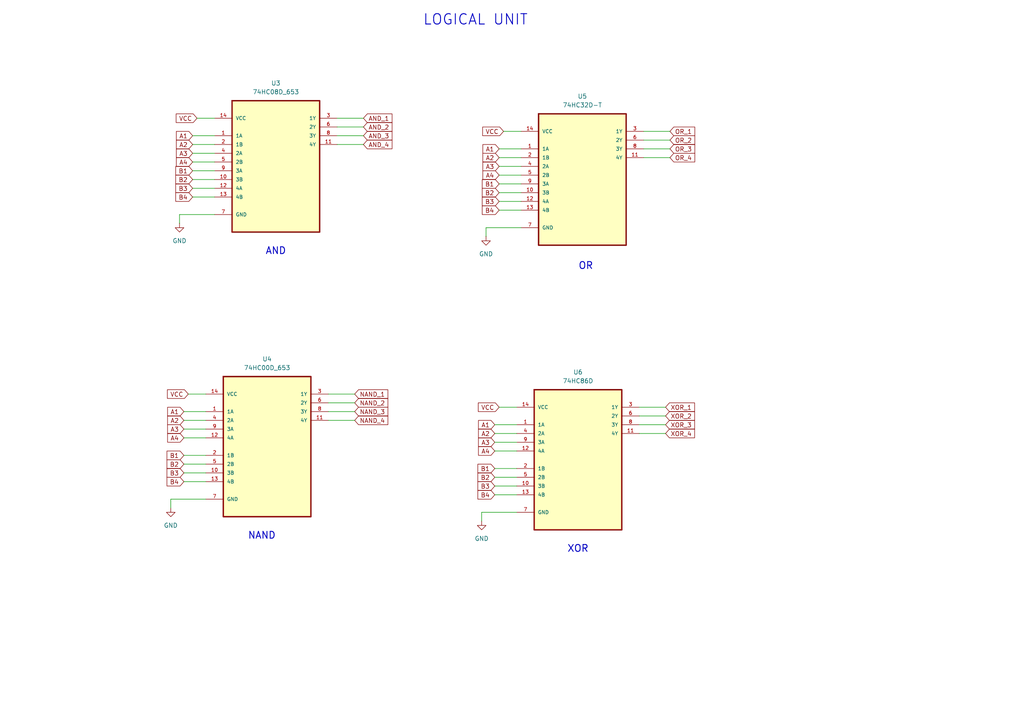
<source format=kicad_sch>
(kicad_sch
	(version 20250114)
	(generator "eeschema")
	(generator_version "9.0")
	(uuid "0406e299-f9fb-43ad-b5cc-f9dacedec8e9")
	(paper "A4")
	(lib_symbols
		(symbol "74HC00D_653:74HC00D_653"
			(pin_names
				(offset 1.016)
			)
			(exclude_from_sim no)
			(in_bom yes)
			(on_board yes)
			(property "Reference" "U"
				(at -5.5649 20.6586 0)
				(effects
					(font
						(size 1.27 1.27)
					)
					(justify left bottom)
				)
			)
			(property "Value" "74HC00D_653"
				(at -4.3766 -27.6845 0)
				(effects
					(font
						(size 1.27 1.27)
					)
					(justify left bottom)
				)
			)
			(property "Footprint" "74HC00D_653:SOIC127P600X175-14N"
				(at 0 0 0)
				(effects
					(font
						(size 1.27 1.27)
					)
					(justify bottom)
					(hide yes)
				)
			)
			(property "Datasheet" ""
				(at 0 0 0)
				(effects
					(font
						(size 1.27 1.27)
					)
					(hide yes)
				)
			)
			(property "Description" ""
				(at 0 0 0)
				(effects
					(font
						(size 1.27 1.27)
					)
					(hide yes)
				)
			)
			(property "MF" "Nexperia USA"
				(at 0 0 0)
				(effects
					(font
						(size 1.27 1.27)
					)
					(justify bottom)
					(hide yes)
				)
			)
			(property "Description_1" "74HC Series 6 V High-Speed Si-Gate CMOS Quad 2-Input NAND Gate - SOIC-14"
				(at 0 0 0)
				(effects
					(font
						(size 1.27 1.27)
					)
					(justify bottom)
					(hide yes)
				)
			)
			(property "PACKAGE" "SOIC-14"
				(at 0 0 0)
				(effects
					(font
						(size 1.27 1.27)
					)
					(justify bottom)
					(hide yes)
				)
			)
			(property "MPN" "74HC00D,653"
				(at 0 0 0)
				(effects
					(font
						(size 1.27 1.27)
					)
					(justify bottom)
					(hide yes)
				)
			)
			(property "Price" "None"
				(at 0 0 0)
				(effects
					(font
						(size 1.27 1.27)
					)
					(justify bottom)
					(hide yes)
				)
			)
			(property "Package" "SO14-14 Nexperia USA Inc."
				(at 0 0 0)
				(effects
					(font
						(size 1.27 1.27)
					)
					(justify bottom)
					(hide yes)
				)
			)
			(property "OC_FARNELL" "-"
				(at 0 0 0)
				(effects
					(font
						(size 1.27 1.27)
					)
					(justify bottom)
					(hide yes)
				)
			)
			(property "SnapEDA_Link" "https://www.snapeda.com/parts/74HC00D,653/Nexperia/view-part/?ref=snap"
				(at 0 0 0)
				(effects
					(font
						(size 1.27 1.27)
					)
					(justify bottom)
					(hide yes)
				)
			)
			(property "MP" "74HC00D,653"
				(at 0 0 0)
				(effects
					(font
						(size 1.27 1.27)
					)
					(justify bottom)
					(hide yes)
				)
			)
			(property "SUPPLIER" "NXP"
				(at 0 0 0)
				(effects
					(font
						(size 1.27 1.27)
					)
					(justify bottom)
					(hide yes)
				)
			)
			(property "OC_NEWARK" "78R6252"
				(at 0 0 0)
				(effects
					(font
						(size 1.27 1.27)
					)
					(justify bottom)
					(hide yes)
				)
			)
			(property "Availability" "In Stock"
				(at 0 0 0)
				(effects
					(font
						(size 1.27 1.27)
					)
					(justify bottom)
					(hide yes)
				)
			)
			(property "Check_prices" "https://www.snapeda.com/parts/74HC00D,653/Nexperia/view-part/?ref=eda"
				(at 0 0 0)
				(effects
					(font
						(size 1.27 1.27)
					)
					(justify bottom)
					(hide yes)
				)
			)
			(symbol "74HC00D_653_0_0"
				(rectangle
					(start -12.7 -22.86)
					(end 12.7 17.78)
					(stroke
						(width 0.4064)
						(type default)
					)
					(fill
						(type background)
					)
				)
				(pin power_in line
					(at -17.78 12.7 0)
					(length 5.08)
					(name "VCC"
						(effects
							(font
								(size 1.016 1.016)
							)
						)
					)
					(number "14"
						(effects
							(font
								(size 1.016 1.016)
							)
						)
					)
				)
				(pin input line
					(at -17.78 7.62 0)
					(length 5.08)
					(name "1A"
						(effects
							(font
								(size 1.016 1.016)
							)
						)
					)
					(number "1"
						(effects
							(font
								(size 1.016 1.016)
							)
						)
					)
				)
				(pin input line
					(at -17.78 5.08 0)
					(length 5.08)
					(name "2A"
						(effects
							(font
								(size 1.016 1.016)
							)
						)
					)
					(number "4"
						(effects
							(font
								(size 1.016 1.016)
							)
						)
					)
				)
				(pin input line
					(at -17.78 2.54 0)
					(length 5.08)
					(name "3A"
						(effects
							(font
								(size 1.016 1.016)
							)
						)
					)
					(number "9"
						(effects
							(font
								(size 1.016 1.016)
							)
						)
					)
				)
				(pin input line
					(at -17.78 0 0)
					(length 5.08)
					(name "4A"
						(effects
							(font
								(size 1.016 1.016)
							)
						)
					)
					(number "12"
						(effects
							(font
								(size 1.016 1.016)
							)
						)
					)
				)
				(pin input line
					(at -17.78 -5.08 0)
					(length 5.08)
					(name "1B"
						(effects
							(font
								(size 1.016 1.016)
							)
						)
					)
					(number "2"
						(effects
							(font
								(size 1.016 1.016)
							)
						)
					)
				)
				(pin input line
					(at -17.78 -7.62 0)
					(length 5.08)
					(name "2B"
						(effects
							(font
								(size 1.016 1.016)
							)
						)
					)
					(number "5"
						(effects
							(font
								(size 1.016 1.016)
							)
						)
					)
				)
				(pin passive line
					(at -17.78 -10.16 0)
					(length 5.08)
					(name "3B"
						(effects
							(font
								(size 1.016 1.016)
							)
						)
					)
					(number "10"
						(effects
							(font
								(size 1.016 1.016)
							)
						)
					)
				)
				(pin input line
					(at -17.78 -12.7 0)
					(length 5.08)
					(name "4B"
						(effects
							(font
								(size 1.016 1.016)
							)
						)
					)
					(number "13"
						(effects
							(font
								(size 1.016 1.016)
							)
						)
					)
				)
				(pin passive line
					(at -17.78 -17.78 0)
					(length 5.08)
					(name "GND"
						(effects
							(font
								(size 1.016 1.016)
							)
						)
					)
					(number "7"
						(effects
							(font
								(size 1.016 1.016)
							)
						)
					)
				)
				(pin output line
					(at 17.78 12.7 180)
					(length 5.08)
					(name "1Y"
						(effects
							(font
								(size 1.016 1.016)
							)
						)
					)
					(number "3"
						(effects
							(font
								(size 1.016 1.016)
							)
						)
					)
				)
				(pin output line
					(at 17.78 10.16 180)
					(length 5.08)
					(name "2Y"
						(effects
							(font
								(size 1.016 1.016)
							)
						)
					)
					(number "6"
						(effects
							(font
								(size 1.016 1.016)
							)
						)
					)
				)
				(pin output line
					(at 17.78 7.62 180)
					(length 5.08)
					(name "3Y"
						(effects
							(font
								(size 1.016 1.016)
							)
						)
					)
					(number "8"
						(effects
							(font
								(size 1.016 1.016)
							)
						)
					)
				)
				(pin output line
					(at 17.78 5.08 180)
					(length 5.08)
					(name "4Y"
						(effects
							(font
								(size 1.016 1.016)
							)
						)
					)
					(number "11"
						(effects
							(font
								(size 1.016 1.016)
							)
						)
					)
				)
			)
			(embedded_fonts no)
		)
		(symbol "74HC08D_653:74HC08D_653"
			(pin_names
				(offset 1.016)
			)
			(exclude_from_sim no)
			(in_bom yes)
			(on_board yes)
			(property "Reference" "U"
				(at -5.1841 17.9666 0)
				(effects
					(font
						(size 1.27 1.27)
					)
					(justify left bottom)
				)
			)
			(property "Value" "74HC08D_653"
				(at -3.5063 -27.542 0)
				(effects
					(font
						(size 1.27 1.27)
					)
					(justify left bottom)
				)
			)
			(property "Footprint" "74HC08D_653:SOIC127P600X175-14N"
				(at 0 0 0)
				(effects
					(font
						(size 1.27 1.27)
					)
					(justify bottom)
					(hide yes)
				)
			)
			(property "Datasheet" ""
				(at 0 0 0)
				(effects
					(font
						(size 1.27 1.27)
					)
					(hide yes)
				)
			)
			(property "Description" ""
				(at 0 0 0)
				(effects
					(font
						(size 1.27 1.27)
					)
					(hide yes)
				)
			)
			(property "MF" "Nexperia USA"
				(at 0 0 0)
				(effects
					(font
						(size 1.27 1.27)
					)
					(justify bottom)
					(hide yes)
				)
			)
			(property "Description_1" "AND Gate IC 4 Channel - 14-SO"
				(at 0 0 0)
				(effects
					(font
						(size 1.27 1.27)
					)
					(justify bottom)
					(hide yes)
				)
			)
			(property "PACKAGE" "SOIC-14"
				(at 0 0 0)
				(effects
					(font
						(size 1.27 1.27)
					)
					(justify bottom)
					(hide yes)
				)
			)
			(property "MPN" "74HC08D,653"
				(at 0 0 0)
				(effects
					(font
						(size 1.27 1.27)
					)
					(justify bottom)
					(hide yes)
				)
			)
			(property "Price" "None"
				(at 0 0 0)
				(effects
					(font
						(size 1.27 1.27)
					)
					(justify bottom)
					(hide yes)
				)
			)
			(property "Package" "SO14-14 Nexperia USA Inc."
				(at 0 0 0)
				(effects
					(font
						(size 1.27 1.27)
					)
					(justify bottom)
					(hide yes)
				)
			)
			(property "OC_FARNELL" "-"
				(at 0 0 0)
				(effects
					(font
						(size 1.27 1.27)
					)
					(justify bottom)
					(hide yes)
				)
			)
			(property "SnapEDA_Link" "https://www.snapeda.com/parts/74HC08D,653/Nexperia/view-part/?ref=snap"
				(at 0 0 0)
				(effects
					(font
						(size 1.27 1.27)
					)
					(justify bottom)
					(hide yes)
				)
			)
			(property "MP" "74HC08D,653"
				(at 0 0 0)
				(effects
					(font
						(size 1.27 1.27)
					)
					(justify bottom)
					(hide yes)
				)
			)
			(property "SUPPLIER" "NXP"
				(at 0 0 0)
				(effects
					(font
						(size 1.27 1.27)
					)
					(justify bottom)
					(hide yes)
				)
			)
			(property "OC_NEWARK" "78R6254"
				(at 0 0 0)
				(effects
					(font
						(size 1.27 1.27)
					)
					(justify bottom)
					(hide yes)
				)
			)
			(property "Availability" "In Stock"
				(at 0 0 0)
				(effects
					(font
						(size 1.27 1.27)
					)
					(justify bottom)
					(hide yes)
				)
			)
			(property "Check_prices" "https://www.snapeda.com/parts/74HC08D,653/Nexperia/view-part/?ref=eda"
				(at 0 0 0)
				(effects
					(font
						(size 1.27 1.27)
					)
					(justify bottom)
					(hide yes)
				)
			)
			(symbol "74HC08D_653_0_0"
				(rectangle
					(start -12.7 -22.86)
					(end 12.7 15.24)
					(stroke
						(width 0.4064)
						(type default)
					)
					(fill
						(type background)
					)
				)
				(pin power_in line
					(at -17.78 10.16 0)
					(length 5.08)
					(name "VCC"
						(effects
							(font
								(size 1.016 1.016)
							)
						)
					)
					(number "14"
						(effects
							(font
								(size 1.016 1.016)
							)
						)
					)
				)
				(pin input line
					(at -17.78 5.08 0)
					(length 5.08)
					(name "1A"
						(effects
							(font
								(size 1.016 1.016)
							)
						)
					)
					(number "1"
						(effects
							(font
								(size 1.016 1.016)
							)
						)
					)
				)
				(pin input line
					(at -17.78 2.54 0)
					(length 5.08)
					(name "1B"
						(effects
							(font
								(size 1.016 1.016)
							)
						)
					)
					(number "2"
						(effects
							(font
								(size 1.016 1.016)
							)
						)
					)
				)
				(pin input line
					(at -17.78 0 0)
					(length 5.08)
					(name "2A"
						(effects
							(font
								(size 1.016 1.016)
							)
						)
					)
					(number "4"
						(effects
							(font
								(size 1.016 1.016)
							)
						)
					)
				)
				(pin input line
					(at -17.78 -2.54 0)
					(length 5.08)
					(name "2B"
						(effects
							(font
								(size 1.016 1.016)
							)
						)
					)
					(number "5"
						(effects
							(font
								(size 1.016 1.016)
							)
						)
					)
				)
				(pin input line
					(at -17.78 -5.08 0)
					(length 5.08)
					(name "3A"
						(effects
							(font
								(size 1.016 1.016)
							)
						)
					)
					(number "9"
						(effects
							(font
								(size 1.016 1.016)
							)
						)
					)
				)
				(pin input line
					(at -17.78 -7.62 0)
					(length 5.08)
					(name "3B"
						(effects
							(font
								(size 1.016 1.016)
							)
						)
					)
					(number "10"
						(effects
							(font
								(size 1.016 1.016)
							)
						)
					)
				)
				(pin input line
					(at -17.78 -10.16 0)
					(length 5.08)
					(name "4A"
						(effects
							(font
								(size 1.016 1.016)
							)
						)
					)
					(number "12"
						(effects
							(font
								(size 1.016 1.016)
							)
						)
					)
				)
				(pin input line
					(at -17.78 -12.7 0)
					(length 5.08)
					(name "4B"
						(effects
							(font
								(size 1.016 1.016)
							)
						)
					)
					(number "13"
						(effects
							(font
								(size 1.016 1.016)
							)
						)
					)
				)
				(pin passive line
					(at -17.78 -17.78 0)
					(length 5.08)
					(name "GND"
						(effects
							(font
								(size 1.016 1.016)
							)
						)
					)
					(number "7"
						(effects
							(font
								(size 1.016 1.016)
							)
						)
					)
				)
				(pin output line
					(at 17.78 10.16 180)
					(length 5.08)
					(name "1Y"
						(effects
							(font
								(size 1.016 1.016)
							)
						)
					)
					(number "3"
						(effects
							(font
								(size 1.016 1.016)
							)
						)
					)
				)
				(pin output line
					(at 17.78 7.62 180)
					(length 5.08)
					(name "2Y"
						(effects
							(font
								(size 1.016 1.016)
							)
						)
					)
					(number "6"
						(effects
							(font
								(size 1.016 1.016)
							)
						)
					)
				)
				(pin output line
					(at 17.78 5.08 180)
					(length 5.08)
					(name "3Y"
						(effects
							(font
								(size 1.016 1.016)
							)
						)
					)
					(number "8"
						(effects
							(font
								(size 1.016 1.016)
							)
						)
					)
				)
				(pin output line
					(at 17.78 2.54 180)
					(length 5.08)
					(name "4Y"
						(effects
							(font
								(size 1.016 1.016)
							)
						)
					)
					(number "11"
						(effects
							(font
								(size 1.016 1.016)
							)
						)
					)
				)
			)
			(embedded_fonts no)
		)
		(symbol "74HC32D-T:74HC32D-T"
			(pin_names
				(offset 1.016)
			)
			(exclude_from_sim no)
			(in_bom yes)
			(on_board yes)
			(property "Reference" "U"
				(at -5.4723 17.8168 0)
				(effects
					(font
						(size 1.27 1.27)
					)
					(justify left bottom)
				)
			)
			(property "Value" "74HC32D-T"
				(at -4.9163 -27.1544 0)
				(effects
					(font
						(size 1.27 1.27)
					)
					(justify left bottom)
				)
			)
			(property "Footprint" "74HC32D-T:SOIC127P600X175-14N"
				(at 0 0 0)
				(effects
					(font
						(size 1.27 1.27)
					)
					(justify bottom)
					(hide yes)
				)
			)
			(property "Datasheet" ""
				(at 0 0 0)
				(effects
					(font
						(size 1.27 1.27)
					)
					(hide yes)
				)
			)
			(property "Description" ""
				(at 0 0 0)
				(effects
					(font
						(size 1.27 1.27)
					)
					(hide yes)
				)
			)
			(property "MF" "Toshiba Semiconductor"
				(at 0 0 0)
				(effects
					(font
						(size 1.27 1.27)
					)
					(justify bottom)
					(hide yes)
				)
			)
			(property "Description_1" "OR Gate IC 4 Channel  14-SOIC"
				(at 0 0 0)
				(effects
					(font
						(size 1.27 1.27)
					)
					(justify bottom)
					(hide yes)
				)
			)
			(property "PACKAGE" "SOIC-14"
				(at 0 0 0)
				(effects
					(font
						(size 1.27 1.27)
					)
					(justify bottom)
					(hide yes)
				)
			)
			(property "MPN" "74HC32D-T"
				(at 0 0 0)
				(effects
					(font
						(size 1.27 1.27)
					)
					(justify bottom)
					(hide yes)
				)
			)
			(property "Price" "None"
				(at 0 0 0)
				(effects
					(font
						(size 1.27 1.27)
					)
					(justify bottom)
					(hide yes)
				)
			)
			(property "Package" "SOIC-14 Toshiba Semiconductor"
				(at 0 0 0)
				(effects
					(font
						(size 1.27 1.27)
					)
					(justify bottom)
					(hide yes)
				)
			)
			(property "OC_FARNELL" "1826841"
				(at 0 0 0)
				(effects
					(font
						(size 1.27 1.27)
					)
					(justify bottom)
					(hide yes)
				)
			)
			(property "SnapEDA_Link" "https://www.snapeda.com/parts/74HC32D/Toshiba/view-part/?ref=snap"
				(at 0 0 0)
				(effects
					(font
						(size 1.27 1.27)
					)
					(justify bottom)
					(hide yes)
				)
			)
			(property "MP" "74HC32D"
				(at 0 0 0)
				(effects
					(font
						(size 1.27 1.27)
					)
					(justify bottom)
					(hide yes)
				)
			)
			(property "SUPPLIER" "NXP"
				(at 0 0 0)
				(effects
					(font
						(size 1.27 1.27)
					)
					(justify bottom)
					(hide yes)
				)
			)
			(property "OC_NEWARK" "78R6258"
				(at 0 0 0)
				(effects
					(font
						(size 1.27 1.27)
					)
					(justify bottom)
					(hide yes)
				)
			)
			(property "Availability" "In Stock"
				(at 0 0 0)
				(effects
					(font
						(size 1.27 1.27)
					)
					(justify bottom)
					(hide yes)
				)
			)
			(property "Check_prices" "https://www.snapeda.com/parts/74HC32D/Toshiba/view-part/?ref=eda"
				(at 0 0 0)
				(effects
					(font
						(size 1.27 1.27)
					)
					(justify bottom)
					(hide yes)
				)
			)
			(symbol "74HC32D-T_0_0"
				(rectangle
					(start -12.7 -22.86)
					(end 12.7 15.24)
					(stroke
						(width 0.4064)
						(type default)
					)
					(fill
						(type background)
					)
				)
				(pin power_in line
					(at -17.78 10.16 0)
					(length 5.08)
					(name "VCC"
						(effects
							(font
								(size 1.016 1.016)
							)
						)
					)
					(number "14"
						(effects
							(font
								(size 1.016 1.016)
							)
						)
					)
				)
				(pin input line
					(at -17.78 5.08 0)
					(length 5.08)
					(name "1A"
						(effects
							(font
								(size 1.016 1.016)
							)
						)
					)
					(number "1"
						(effects
							(font
								(size 1.016 1.016)
							)
						)
					)
				)
				(pin input line
					(at -17.78 2.54 0)
					(length 5.08)
					(name "1B"
						(effects
							(font
								(size 1.016 1.016)
							)
						)
					)
					(number "2"
						(effects
							(font
								(size 1.016 1.016)
							)
						)
					)
				)
				(pin input line
					(at -17.78 0 0)
					(length 5.08)
					(name "2A"
						(effects
							(font
								(size 1.016 1.016)
							)
						)
					)
					(number "4"
						(effects
							(font
								(size 1.016 1.016)
							)
						)
					)
				)
				(pin input line
					(at -17.78 -2.54 0)
					(length 5.08)
					(name "2B"
						(effects
							(font
								(size 1.016 1.016)
							)
						)
					)
					(number "5"
						(effects
							(font
								(size 1.016 1.016)
							)
						)
					)
				)
				(pin input line
					(at -17.78 -5.08 0)
					(length 5.08)
					(name "3A"
						(effects
							(font
								(size 1.016 1.016)
							)
						)
					)
					(number "9"
						(effects
							(font
								(size 1.016 1.016)
							)
						)
					)
				)
				(pin input line
					(at -17.78 -7.62 0)
					(length 5.08)
					(name "3B"
						(effects
							(font
								(size 1.016 1.016)
							)
						)
					)
					(number "10"
						(effects
							(font
								(size 1.016 1.016)
							)
						)
					)
				)
				(pin input line
					(at -17.78 -10.16 0)
					(length 5.08)
					(name "4A"
						(effects
							(font
								(size 1.016 1.016)
							)
						)
					)
					(number "12"
						(effects
							(font
								(size 1.016 1.016)
							)
						)
					)
				)
				(pin input line
					(at -17.78 -12.7 0)
					(length 5.08)
					(name "4B"
						(effects
							(font
								(size 1.016 1.016)
							)
						)
					)
					(number "13"
						(effects
							(font
								(size 1.016 1.016)
							)
						)
					)
				)
				(pin passive line
					(at -17.78 -17.78 0)
					(length 5.08)
					(name "GND"
						(effects
							(font
								(size 1.016 1.016)
							)
						)
					)
					(number "7"
						(effects
							(font
								(size 1.016 1.016)
							)
						)
					)
				)
				(pin output line
					(at 17.78 10.16 180)
					(length 5.08)
					(name "1Y"
						(effects
							(font
								(size 1.016 1.016)
							)
						)
					)
					(number "3"
						(effects
							(font
								(size 1.016 1.016)
							)
						)
					)
				)
				(pin output line
					(at 17.78 7.62 180)
					(length 5.08)
					(name "2Y"
						(effects
							(font
								(size 1.016 1.016)
							)
						)
					)
					(number "6"
						(effects
							(font
								(size 1.016 1.016)
							)
						)
					)
				)
				(pin output line
					(at 17.78 5.08 180)
					(length 5.08)
					(name "3Y"
						(effects
							(font
								(size 1.016 1.016)
							)
						)
					)
					(number "8"
						(effects
							(font
								(size 1.016 1.016)
							)
						)
					)
				)
				(pin output line
					(at 17.78 2.54 180)
					(length 5.08)
					(name "4Y"
						(effects
							(font
								(size 1.016 1.016)
							)
						)
					)
					(number "11"
						(effects
							(font
								(size 1.016 1.016)
							)
						)
					)
				)
			)
			(embedded_fonts no)
		)
		(symbol "74HC86D:74HC86D"
			(pin_names
				(offset 1.016)
			)
			(exclude_from_sim no)
			(in_bom yes)
			(on_board yes)
			(property "Reference" "U"
				(at -5.5699 20.6008 0)
				(effects
					(font
						(size 1.27 1.27)
					)
					(justify left bottom)
				)
			)
			(property "Value" "74HC86D"
				(at -4.4727 -27.9545 0)
				(effects
					(font
						(size 1.27 1.27)
					)
					(justify left bottom)
				)
			)
			(property "Footprint" "74HC86D:SOIC127P600X175-14N"
				(at 0 0 0)
				(effects
					(font
						(size 1.27 1.27)
					)
					(justify bottom)
					(hide yes)
				)
			)
			(property "Datasheet" ""
				(at 0 0 0)
				(effects
					(font
						(size 1.27 1.27)
					)
					(hide yes)
				)
			)
			(property "Description" ""
				(at 0 0 0)
				(effects
					(font
						(size 1.27 1.27)
					)
					(hide yes)
				)
			)
			(property "MF" "Toshiba Semiconductor"
				(at 0 0 0)
				(effects
					(font
						(size 1.27 1.27)
					)
					(justify bottom)
					(hide yes)
				)
			)
			(property "Description_1" "XOR (Exclusive OR) IC 4 Channel - 14-SOP"
				(at 0 0 0)
				(effects
					(font
						(size 1.27 1.27)
					)
					(justify bottom)
					(hide yes)
				)
			)
			(property "PACKAGE" "SOIC-14"
				(at 0 0 0)
				(effects
					(font
						(size 1.27 1.27)
					)
					(justify bottom)
					(hide yes)
				)
			)
			(property "MPN" "74HC86D"
				(at 0 0 0)
				(effects
					(font
						(size 1.27 1.27)
					)
					(justify bottom)
					(hide yes)
				)
			)
			(property "Price" "None"
				(at 0 0 0)
				(effects
					(font
						(size 1.27 1.27)
					)
					(justify bottom)
					(hide yes)
				)
			)
			(property "Package" "SOIC-14 NXP Semiconductors"
				(at 0 0 0)
				(effects
					(font
						(size 1.27 1.27)
					)
					(justify bottom)
					(hide yes)
				)
			)
			(property "OC_FARNELL" "1085331"
				(at 0 0 0)
				(effects
					(font
						(size 1.27 1.27)
					)
					(justify bottom)
					(hide yes)
				)
			)
			(property "SnapEDA_Link" "https://www.snapeda.com/parts/74HC86D/Toshiba/view-part/?ref=snap"
				(at 0 0 0)
				(effects
					(font
						(size 1.27 1.27)
					)
					(justify bottom)
					(hide yes)
				)
			)
			(property "MP" "74HC86D"
				(at 0 0 0)
				(effects
					(font
						(size 1.27 1.27)
					)
					(justify bottom)
					(hide yes)
				)
			)
			(property "SUPPLIER" "NXP"
				(at 0 0 0)
				(effects
					(font
						(size 1.27 1.27)
					)
					(justify bottom)
					(hide yes)
				)
			)
			(property "OC_NEWARK" "99K0602"
				(at 0 0 0)
				(effects
					(font
						(size 1.27 1.27)
					)
					(justify bottom)
					(hide yes)
				)
			)
			(property "Availability" "In Stock"
				(at 0 0 0)
				(effects
					(font
						(size 1.27 1.27)
					)
					(justify bottom)
					(hide yes)
				)
			)
			(property "Check_prices" "https://www.snapeda.com/parts/74HC86D/Toshiba/view-part/?ref=eda"
				(at 0 0 0)
				(effects
					(font
						(size 1.27 1.27)
					)
					(justify bottom)
					(hide yes)
				)
			)
			(symbol "74HC86D_0_0"
				(rectangle
					(start -12.7 -22.86)
					(end 12.7 17.78)
					(stroke
						(width 0.4064)
						(type default)
					)
					(fill
						(type background)
					)
				)
				(pin power_in line
					(at -17.78 12.7 0)
					(length 5.08)
					(name "VCC"
						(effects
							(font
								(size 1.016 1.016)
							)
						)
					)
					(number "14"
						(effects
							(font
								(size 1.016 1.016)
							)
						)
					)
				)
				(pin input line
					(at -17.78 7.62 0)
					(length 5.08)
					(name "1A"
						(effects
							(font
								(size 1.016 1.016)
							)
						)
					)
					(number "1"
						(effects
							(font
								(size 1.016 1.016)
							)
						)
					)
				)
				(pin input line
					(at -17.78 5.08 0)
					(length 5.08)
					(name "2A"
						(effects
							(font
								(size 1.016 1.016)
							)
						)
					)
					(number "4"
						(effects
							(font
								(size 1.016 1.016)
							)
						)
					)
				)
				(pin input line
					(at -17.78 2.54 0)
					(length 5.08)
					(name "3A"
						(effects
							(font
								(size 1.016 1.016)
							)
						)
					)
					(number "9"
						(effects
							(font
								(size 1.016 1.016)
							)
						)
					)
				)
				(pin input line
					(at -17.78 0 0)
					(length 5.08)
					(name "4A"
						(effects
							(font
								(size 1.016 1.016)
							)
						)
					)
					(number "12"
						(effects
							(font
								(size 1.016 1.016)
							)
						)
					)
				)
				(pin input line
					(at -17.78 -5.08 0)
					(length 5.08)
					(name "1B"
						(effects
							(font
								(size 1.016 1.016)
							)
						)
					)
					(number "2"
						(effects
							(font
								(size 1.016 1.016)
							)
						)
					)
				)
				(pin input line
					(at -17.78 -7.62 0)
					(length 5.08)
					(name "2B"
						(effects
							(font
								(size 1.016 1.016)
							)
						)
					)
					(number "5"
						(effects
							(font
								(size 1.016 1.016)
							)
						)
					)
				)
				(pin input line
					(at -17.78 -10.16 0)
					(length 5.08)
					(name "3B"
						(effects
							(font
								(size 1.016 1.016)
							)
						)
					)
					(number "10"
						(effects
							(font
								(size 1.016 1.016)
							)
						)
					)
				)
				(pin input line
					(at -17.78 -12.7 0)
					(length 5.08)
					(name "4B"
						(effects
							(font
								(size 1.016 1.016)
							)
						)
					)
					(number "13"
						(effects
							(font
								(size 1.016 1.016)
							)
						)
					)
				)
				(pin passive line
					(at -17.78 -17.78 0)
					(length 5.08)
					(name "GND"
						(effects
							(font
								(size 1.016 1.016)
							)
						)
					)
					(number "7"
						(effects
							(font
								(size 1.016 1.016)
							)
						)
					)
				)
				(pin output line
					(at 17.78 12.7 180)
					(length 5.08)
					(name "1Y"
						(effects
							(font
								(size 1.016 1.016)
							)
						)
					)
					(number "3"
						(effects
							(font
								(size 1.016 1.016)
							)
						)
					)
				)
				(pin output line
					(at 17.78 10.16 180)
					(length 5.08)
					(name "2Y"
						(effects
							(font
								(size 1.016 1.016)
							)
						)
					)
					(number "6"
						(effects
							(font
								(size 1.016 1.016)
							)
						)
					)
				)
				(pin output line
					(at 17.78 7.62 180)
					(length 5.08)
					(name "3Y"
						(effects
							(font
								(size 1.016 1.016)
							)
						)
					)
					(number "8"
						(effects
							(font
								(size 1.016 1.016)
							)
						)
					)
				)
				(pin output line
					(at 17.78 5.08 180)
					(length 5.08)
					(name "4Y"
						(effects
							(font
								(size 1.016 1.016)
							)
						)
					)
					(number "11"
						(effects
							(font
								(size 1.016 1.016)
							)
						)
					)
				)
			)
			(embedded_fonts no)
		)
		(symbol "power:GND"
			(power)
			(pin_numbers
				(hide yes)
			)
			(pin_names
				(offset 0)
				(hide yes)
			)
			(exclude_from_sim no)
			(in_bom yes)
			(on_board yes)
			(property "Reference" "#PWR"
				(at 0 -6.35 0)
				(effects
					(font
						(size 1.27 1.27)
					)
					(hide yes)
				)
			)
			(property "Value" "GND"
				(at 0 -3.81 0)
				(effects
					(font
						(size 1.27 1.27)
					)
				)
			)
			(property "Footprint" ""
				(at 0 0 0)
				(effects
					(font
						(size 1.27 1.27)
					)
					(hide yes)
				)
			)
			(property "Datasheet" ""
				(at 0 0 0)
				(effects
					(font
						(size 1.27 1.27)
					)
					(hide yes)
				)
			)
			(property "Description" "Power symbol creates a global label with name \"GND\" , ground"
				(at 0 0 0)
				(effects
					(font
						(size 1.27 1.27)
					)
					(hide yes)
				)
			)
			(property "ki_keywords" "global power"
				(at 0 0 0)
				(effects
					(font
						(size 1.27 1.27)
					)
					(hide yes)
				)
			)
			(symbol "GND_0_1"
				(polyline
					(pts
						(xy 0 0) (xy 0 -1.27) (xy 1.27 -1.27) (xy 0 -2.54) (xy -1.27 -1.27) (xy 0 -1.27)
					)
					(stroke
						(width 0)
						(type default)
					)
					(fill
						(type none)
					)
				)
			)
			(symbol "GND_1_1"
				(pin power_in line
					(at 0 0 270)
					(length 0)
					(name "~"
						(effects
							(font
								(size 1.27 1.27)
							)
						)
					)
					(number "1"
						(effects
							(font
								(size 1.27 1.27)
							)
						)
					)
				)
			)
			(embedded_fonts no)
		)
	)
	(text "OR"
		(exclude_from_sim no)
		(at 169.926 77.216 0)
		(effects
			(font
				(size 2 2)
				(thickness 0.254)
				(bold yes)
			)
		)
		(uuid "10a4d5e5-02cd-446e-a91f-69af0d05cdeb")
	)
	(text "NAND"
		(exclude_from_sim no)
		(at 75.946 155.448 0)
		(effects
			(font
				(size 2 2)
				(thickness 0.254)
				(bold yes)
			)
		)
		(uuid "3138eea1-e18c-40ec-97fa-9c1502c030db")
	)
	(text "LOGICAL UNIT"
		(exclude_from_sim no)
		(at 137.922 5.842 0)
		(effects
			(font
				(size 3 3)
				(thickness 0.254)
				(bold yes)
			)
		)
		(uuid "4dd51742-3c5e-45ec-948b-46f8576dfcc6")
	)
	(text "XOR"
		(exclude_from_sim no)
		(at 167.64 159.258 0)
		(effects
			(font
				(size 2 2)
				(thickness 0.254)
				(bold yes)
			)
		)
		(uuid "6951ed86-845c-4758-bd34-308468678761")
	)
	(text "AND"
		(exclude_from_sim no)
		(at 80.01 72.898 0)
		(effects
			(font
				(size 2 2)
				(thickness 0.254)
				(bold yes)
			)
		)
		(uuid "ee356f65-ec07-4bcf-a119-24baec10e1ce")
	)
	(wire
		(pts
			(xy 52.07 64.77) (xy 52.07 62.23)
		)
		(stroke
			(width 0)
			(type default)
		)
		(uuid "018c79d2-3c0c-42c9-a54c-081736ea434c")
	)
	(wire
		(pts
			(xy 185.42 118.11) (xy 193.04 118.11)
		)
		(stroke
			(width 0)
			(type default)
		)
		(uuid "02a379d5-2ef0-456b-97de-366f1f0e6b2f")
	)
	(wire
		(pts
			(xy 140.97 68.58) (xy 140.97 66.04)
		)
		(stroke
			(width 0)
			(type default)
		)
		(uuid "04227052-cb8a-4c2c-acfa-7f799d420141")
	)
	(wire
		(pts
			(xy 144.78 55.88) (xy 151.13 55.88)
		)
		(stroke
			(width 0)
			(type default)
		)
		(uuid "0f16e62c-ac7e-4780-8118-4d891b2d5847")
	)
	(wire
		(pts
			(xy 53.34 139.7) (xy 59.69 139.7)
		)
		(stroke
			(width 0)
			(type default)
		)
		(uuid "114d89d3-01b8-4da3-8327-d17833c548df")
	)
	(wire
		(pts
			(xy 144.78 53.34) (xy 151.13 53.34)
		)
		(stroke
			(width 0)
			(type default)
		)
		(uuid "11c8bb41-b925-44da-a567-1a40715858ec")
	)
	(wire
		(pts
			(xy 139.7 151.13) (xy 139.7 148.59)
		)
		(stroke
			(width 0)
			(type default)
		)
		(uuid "134bc0bd-e108-40e8-bf64-ba27f155f437")
	)
	(wire
		(pts
			(xy 139.7 148.59) (xy 149.86 148.59)
		)
		(stroke
			(width 0)
			(type default)
		)
		(uuid "1d8e4e29-bfeb-4083-8dd8-5808c866b7b5")
	)
	(wire
		(pts
			(xy 144.78 58.42) (xy 151.13 58.42)
		)
		(stroke
			(width 0)
			(type default)
		)
		(uuid "1dbc2f11-9e26-46c0-8803-1a4e00f45d95")
	)
	(wire
		(pts
			(xy 143.51 128.27) (xy 149.86 128.27)
		)
		(stroke
			(width 0)
			(type default)
		)
		(uuid "22c47eed-2986-4128-b302-46d0ac69a0db")
	)
	(wire
		(pts
			(xy 140.97 66.04) (xy 151.13 66.04)
		)
		(stroke
			(width 0)
			(type default)
		)
		(uuid "39160c52-e109-4a19-889a-7144ca088142")
	)
	(wire
		(pts
			(xy 143.51 140.97) (xy 149.86 140.97)
		)
		(stroke
			(width 0)
			(type default)
		)
		(uuid "3c5daeca-29d6-4727-8bb3-c8bd4677fba5")
	)
	(wire
		(pts
			(xy 55.88 49.53) (xy 62.23 49.53)
		)
		(stroke
			(width 0)
			(type default)
		)
		(uuid "450ea382-433c-45c5-81fb-256654c6978a")
	)
	(wire
		(pts
			(xy 55.88 57.15) (xy 62.23 57.15)
		)
		(stroke
			(width 0)
			(type default)
		)
		(uuid "4879a8b5-4210-4daf-b363-43ca7dfb5bf5")
	)
	(wire
		(pts
			(xy 144.78 50.8) (xy 151.13 50.8)
		)
		(stroke
			(width 0)
			(type default)
		)
		(uuid "4ae9baa0-6898-4796-aa8e-0d08f71ecff8")
	)
	(wire
		(pts
			(xy 143.51 143.51) (xy 149.86 143.51)
		)
		(stroke
			(width 0)
			(type default)
		)
		(uuid "4bd95aa6-8fa0-4ee6-a11a-cefa5482b0b5")
	)
	(wire
		(pts
			(xy 143.51 135.89) (xy 149.86 135.89)
		)
		(stroke
			(width 0)
			(type default)
		)
		(uuid "4ca7f3df-0bf1-451e-bc44-e6609beec003")
	)
	(wire
		(pts
			(xy 144.78 43.18) (xy 151.13 43.18)
		)
		(stroke
			(width 0)
			(type default)
		)
		(uuid "528f2540-371b-4f66-9526-f8657814e680")
	)
	(wire
		(pts
			(xy 97.79 41.91) (xy 105.41 41.91)
		)
		(stroke
			(width 0)
			(type default)
		)
		(uuid "5bf9f37e-ba00-4f6a-a13a-edcc4076c487")
	)
	(wire
		(pts
			(xy 95.25 119.38) (xy 102.87 119.38)
		)
		(stroke
			(width 0)
			(type default)
		)
		(uuid "5ea72ee8-0b65-4f59-a079-2d46c1f2d524")
	)
	(wire
		(pts
			(xy 144.78 60.96) (xy 151.13 60.96)
		)
		(stroke
			(width 0)
			(type default)
		)
		(uuid "603e3cb8-d0fe-4570-82d8-11939519da9f")
	)
	(wire
		(pts
			(xy 53.34 137.16) (xy 59.69 137.16)
		)
		(stroke
			(width 0)
			(type default)
		)
		(uuid "61cfc4e9-f786-431b-bca2-9c28fd338647")
	)
	(wire
		(pts
			(xy 55.88 46.99) (xy 62.23 46.99)
		)
		(stroke
			(width 0)
			(type default)
		)
		(uuid "68ea61e7-21ce-42b3-950c-29caa2414fb5")
	)
	(wire
		(pts
			(xy 95.25 116.84) (xy 102.87 116.84)
		)
		(stroke
			(width 0)
			(type default)
		)
		(uuid "75ef5954-698c-46e7-8e6b-cabaf34593eb")
	)
	(wire
		(pts
			(xy 144.78 48.26) (xy 151.13 48.26)
		)
		(stroke
			(width 0)
			(type default)
		)
		(uuid "776c724f-17c2-406f-9659-ca35a61dfec9")
	)
	(wire
		(pts
			(xy 54.61 114.3) (xy 59.69 114.3)
		)
		(stroke
			(width 0)
			(type default)
		)
		(uuid "7c097547-0732-4e07-845a-6f5d42d1851e")
	)
	(wire
		(pts
			(xy 185.42 125.73) (xy 193.04 125.73)
		)
		(stroke
			(width 0)
			(type default)
		)
		(uuid "870568c9-eb33-486e-aaff-3886af4b752c")
	)
	(wire
		(pts
			(xy 186.69 43.18) (xy 194.31 43.18)
		)
		(stroke
			(width 0)
			(type default)
		)
		(uuid "870c48cc-8aad-41e7-8b92-dc09eb9ce45d")
	)
	(wire
		(pts
			(xy 55.88 52.07) (xy 62.23 52.07)
		)
		(stroke
			(width 0)
			(type default)
		)
		(uuid "897adbd5-dddd-41c4-ad90-f5926ed029ac")
	)
	(wire
		(pts
			(xy 144.78 45.72) (xy 151.13 45.72)
		)
		(stroke
			(width 0)
			(type default)
		)
		(uuid "8e11c9da-c806-48b7-9fc2-224f5b4a643f")
	)
	(wire
		(pts
			(xy 97.79 34.29) (xy 105.41 34.29)
		)
		(stroke
			(width 0)
			(type default)
		)
		(uuid "8fbef765-3383-49e5-871b-916c03132ccc")
	)
	(wire
		(pts
			(xy 49.53 147.32) (xy 49.53 144.78)
		)
		(stroke
			(width 0)
			(type default)
		)
		(uuid "91e2c8d5-7a57-4864-84cb-90a2a42febfa")
	)
	(wire
		(pts
			(xy 143.51 125.73) (xy 149.86 125.73)
		)
		(stroke
			(width 0)
			(type default)
		)
		(uuid "9274f30f-a2bc-486b-aa2a-7d51c037f6fc")
	)
	(wire
		(pts
			(xy 186.69 40.64) (xy 194.31 40.64)
		)
		(stroke
			(width 0)
			(type default)
		)
		(uuid "92d973aa-7d88-4919-956f-f061549f2e48")
	)
	(wire
		(pts
			(xy 53.34 134.62) (xy 59.69 134.62)
		)
		(stroke
			(width 0)
			(type default)
		)
		(uuid "93dd743a-d05f-47ed-b383-c07e0bf734c6")
	)
	(wire
		(pts
			(xy 55.88 54.61) (xy 62.23 54.61)
		)
		(stroke
			(width 0)
			(type default)
		)
		(uuid "9420ce5e-a89c-408a-a3da-4c15001aafc9")
	)
	(wire
		(pts
			(xy 186.69 38.1) (xy 194.31 38.1)
		)
		(stroke
			(width 0)
			(type default)
		)
		(uuid "94349c24-fb9e-49a1-a9fc-8282521cc7c4")
	)
	(wire
		(pts
			(xy 95.25 114.3) (xy 102.87 114.3)
		)
		(stroke
			(width 0)
			(type default)
		)
		(uuid "947788a3-6f9f-4396-ab46-a2d26284623c")
	)
	(wire
		(pts
			(xy 53.34 132.08) (xy 59.69 132.08)
		)
		(stroke
			(width 0)
			(type default)
		)
		(uuid "9638098b-d50f-4add-b8c8-0abd5e075d61")
	)
	(wire
		(pts
			(xy 52.07 62.23) (xy 62.23 62.23)
		)
		(stroke
			(width 0)
			(type default)
		)
		(uuid "9dc307ea-9b5b-4bd8-a6c2-c030c00bf0ca")
	)
	(wire
		(pts
			(xy 55.88 41.91) (xy 62.23 41.91)
		)
		(stroke
			(width 0)
			(type default)
		)
		(uuid "9f8eb778-f5cb-4c01-84c3-9e8b36172926")
	)
	(wire
		(pts
			(xy 53.34 119.38) (xy 59.69 119.38)
		)
		(stroke
			(width 0)
			(type default)
		)
		(uuid "a482dd3c-401f-4a26-bb8d-01625d53554d")
	)
	(wire
		(pts
			(xy 97.79 39.37) (xy 105.41 39.37)
		)
		(stroke
			(width 0)
			(type default)
		)
		(uuid "b027f7f8-1cb9-46cd-93cc-aa86b41ad6d1")
	)
	(wire
		(pts
			(xy 144.78 118.11) (xy 149.86 118.11)
		)
		(stroke
			(width 0)
			(type default)
		)
		(uuid "b33e9cbd-1549-46e6-8b07-8373abad8c28")
	)
	(wire
		(pts
			(xy 49.53 144.78) (xy 59.69 144.78)
		)
		(stroke
			(width 0)
			(type default)
		)
		(uuid "c9982c7a-0953-41e7-8aa1-01676357c536")
	)
	(wire
		(pts
			(xy 57.15 34.29) (xy 62.23 34.29)
		)
		(stroke
			(width 0)
			(type default)
		)
		(uuid "ca339622-a3f5-49b8-93d9-9576a97d6945")
	)
	(wire
		(pts
			(xy 53.34 127) (xy 59.69 127)
		)
		(stroke
			(width 0)
			(type default)
		)
		(uuid "d342ea7b-8b47-47e8-9753-360b8da6d0de")
	)
	(wire
		(pts
			(xy 97.79 36.83) (xy 105.41 36.83)
		)
		(stroke
			(width 0)
			(type default)
		)
		(uuid "d36e2226-7cf8-4e42-bb90-bb0b3b632c8e")
	)
	(wire
		(pts
			(xy 146.05 38.1) (xy 151.13 38.1)
		)
		(stroke
			(width 0)
			(type default)
		)
		(uuid "d6358472-1294-4c28-a6b4-632895ab2c70")
	)
	(wire
		(pts
			(xy 143.51 138.43) (xy 149.86 138.43)
		)
		(stroke
			(width 0)
			(type default)
		)
		(uuid "dacc45f9-7432-449e-9245-4b69c25aa9d6")
	)
	(wire
		(pts
			(xy 185.42 120.65) (xy 193.04 120.65)
		)
		(stroke
			(width 0)
			(type default)
		)
		(uuid "dad5c60d-3775-4f15-8680-703ecf9aff44")
	)
	(wire
		(pts
			(xy 143.51 123.19) (xy 149.86 123.19)
		)
		(stroke
			(width 0)
			(type default)
		)
		(uuid "de4c452a-3628-404b-8d14-d3b952622471")
	)
	(wire
		(pts
			(xy 186.69 45.72) (xy 194.31 45.72)
		)
		(stroke
			(width 0)
			(type default)
		)
		(uuid "df803393-5d98-444e-864f-0b79a0fb7232")
	)
	(wire
		(pts
			(xy 185.42 123.19) (xy 193.04 123.19)
		)
		(stroke
			(width 0)
			(type default)
		)
		(uuid "ec430f52-520d-4256-8394-d56a7b452fc8")
	)
	(wire
		(pts
			(xy 55.88 39.37) (xy 62.23 39.37)
		)
		(stroke
			(width 0)
			(type default)
		)
		(uuid "ecebd492-7115-45cf-9ce5-4f0f7b011925")
	)
	(wire
		(pts
			(xy 55.88 44.45) (xy 62.23 44.45)
		)
		(stroke
			(width 0)
			(type default)
		)
		(uuid "ef470b56-9d9e-4703-833d-d0c9f57e72ed")
	)
	(wire
		(pts
			(xy 143.51 130.81) (xy 149.86 130.81)
		)
		(stroke
			(width 0)
			(type default)
		)
		(uuid "ef71dcfd-95f5-4935-822f-d36644372bc1")
	)
	(wire
		(pts
			(xy 53.34 124.46) (xy 59.69 124.46)
		)
		(stroke
			(width 0)
			(type default)
		)
		(uuid "f0ee0575-c78f-4264-bb7a-2ca1742da934")
	)
	(wire
		(pts
			(xy 53.34 121.92) (xy 59.69 121.92)
		)
		(stroke
			(width 0)
			(type default)
		)
		(uuid "f4a2063e-837d-4461-990e-5a4fda3de29a")
	)
	(wire
		(pts
			(xy 95.25 121.92) (xy 102.87 121.92)
		)
		(stroke
			(width 0)
			(type default)
		)
		(uuid "ffce17eb-8d13-4cba-a94a-633e44f9e1d9")
	)
	(global_label "B2"
		(shape input)
		(at 55.88 52.07 180)
		(fields_autoplaced yes)
		(effects
			(font
				(size 1.27 1.27)
			)
			(justify right)
		)
		(uuid "02653fab-1fca-47a6-bc86-ef4799f99d56")
		(property "Intersheetrefs" "${INTERSHEET_REFS}"
			(at 50.4153 52.07 0)
			(effects
				(font
					(size 1.27 1.27)
				)
				(justify right)
				(hide yes)
			)
		)
	)
	(global_label "AND_4"
		(shape input)
		(at 105.41 41.91 0)
		(fields_autoplaced yes)
		(effects
			(font
				(size 1.27 1.27)
			)
			(justify left)
		)
		(uuid "048961b7-2778-4dfc-a692-c48e6149129d")
		(property "Intersheetrefs" "${INTERSHEET_REFS}"
			(at 114.2614 41.91 0)
			(effects
				(font
					(size 1.27 1.27)
				)
				(justify left)
				(hide yes)
			)
		)
	)
	(global_label "VCC"
		(shape input)
		(at 54.61 114.3 180)
		(fields_autoplaced yes)
		(effects
			(font
				(size 1.27 1.27)
			)
			(justify right)
		)
		(uuid "05db7665-3c79-41ba-bf72-ce64ec41164e")
		(property "Intersheetrefs" "${INTERSHEET_REFS}"
			(at 47.9962 114.3 0)
			(effects
				(font
					(size 1.27 1.27)
				)
				(justify right)
				(hide yes)
			)
		)
	)
	(global_label "XOR_4"
		(shape input)
		(at 193.04 125.73 0)
		(fields_autoplaced yes)
		(effects
			(font
				(size 1.27 1.27)
			)
			(justify left)
		)
		(uuid "07ef0390-7b3f-43b3-bdfb-d756443e4db9")
		(property "Intersheetrefs" "${INTERSHEET_REFS}"
			(at 202.0123 125.73 0)
			(effects
				(font
					(size 1.27 1.27)
				)
				(justify left)
				(hide yes)
			)
		)
	)
	(global_label "B2"
		(shape input)
		(at 53.34 134.62 180)
		(fields_autoplaced yes)
		(effects
			(font
				(size 1.27 1.27)
			)
			(justify right)
		)
		(uuid "0c66f5b3-7cd4-41e3-bee8-d2573699d657")
		(property "Intersheetrefs" "${INTERSHEET_REFS}"
			(at 47.8753 134.62 0)
			(effects
				(font
					(size 1.27 1.27)
				)
				(justify right)
				(hide yes)
			)
		)
	)
	(global_label "NAND_2"
		(shape input)
		(at 102.87 116.84 0)
		(fields_autoplaced yes)
		(effects
			(font
				(size 1.27 1.27)
			)
			(justify left)
		)
		(uuid "0ece46e8-69c9-483f-8afa-bdebf1be7b74")
		(property "Intersheetrefs" "${INTERSHEET_REFS}"
			(at 113.0519 116.84 0)
			(effects
				(font
					(size 1.27 1.27)
				)
				(justify left)
				(hide yes)
			)
		)
	)
	(global_label "A1"
		(shape input)
		(at 53.34 119.38 180)
		(fields_autoplaced yes)
		(effects
			(font
				(size 1.27 1.27)
			)
			(justify right)
		)
		(uuid "102fd95b-b383-4467-9a12-019d2aa4df31")
		(property "Intersheetrefs" "${INTERSHEET_REFS}"
			(at 48.0567 119.38 0)
			(effects
				(font
					(size 1.27 1.27)
				)
				(justify right)
				(hide yes)
			)
		)
	)
	(global_label "B4"
		(shape input)
		(at 143.51 143.51 180)
		(fields_autoplaced yes)
		(effects
			(font
				(size 1.27 1.27)
			)
			(justify right)
		)
		(uuid "18d63de8-5369-4735-9143-3a636377245c")
		(property "Intersheetrefs" "${INTERSHEET_REFS}"
			(at 138.0453 143.51 0)
			(effects
				(font
					(size 1.27 1.27)
				)
				(justify right)
				(hide yes)
			)
		)
	)
	(global_label "B3"
		(shape input)
		(at 144.78 58.42 180)
		(fields_autoplaced yes)
		(effects
			(font
				(size 1.27 1.27)
			)
			(justify right)
		)
		(uuid "192c7107-3077-4ae7-b920-77d5e6b897fa")
		(property "Intersheetrefs" "${INTERSHEET_REFS}"
			(at 139.3153 58.42 0)
			(effects
				(font
					(size 1.27 1.27)
				)
				(justify right)
				(hide yes)
			)
		)
	)
	(global_label "NAND_1"
		(shape input)
		(at 102.87 114.3 0)
		(fields_autoplaced yes)
		(effects
			(font
				(size 1.27 1.27)
			)
			(justify left)
		)
		(uuid "1a73651a-ffcd-4abb-88b5-5b786c5533f5")
		(property "Intersheetrefs" "${INTERSHEET_REFS}"
			(at 113.0519 114.3 0)
			(effects
				(font
					(size 1.27 1.27)
				)
				(justify left)
				(hide yes)
			)
		)
	)
	(global_label "B4"
		(shape input)
		(at 55.88 57.15 180)
		(fields_autoplaced yes)
		(effects
			(font
				(size 1.27 1.27)
			)
			(justify right)
		)
		(uuid "1d783ec4-2b96-4833-88ec-f8c2ed52d73f")
		(property "Intersheetrefs" "${INTERSHEET_REFS}"
			(at 50.4153 57.15 0)
			(effects
				(font
					(size 1.27 1.27)
				)
				(justify right)
				(hide yes)
			)
		)
	)
	(global_label "OR_3"
		(shape input)
		(at 194.31 43.18 0)
		(fields_autoplaced yes)
		(effects
			(font
				(size 1.27 1.27)
			)
			(justify left)
		)
		(uuid "24c97ce6-4ccf-4c30-a684-e0cff22e0902")
		(property "Intersheetrefs" "${INTERSHEET_REFS}"
			(at 202.0728 43.18 0)
			(effects
				(font
					(size 1.27 1.27)
				)
				(justify left)
				(hide yes)
			)
		)
	)
	(global_label "A2"
		(shape input)
		(at 55.88 41.91 180)
		(fields_autoplaced yes)
		(effects
			(font
				(size 1.27 1.27)
			)
			(justify right)
		)
		(uuid "2dccfe96-e40b-4f7b-8742-d06c2636f6db")
		(property "Intersheetrefs" "${INTERSHEET_REFS}"
			(at 50.5967 41.91 0)
			(effects
				(font
					(size 1.27 1.27)
				)
				(justify right)
				(hide yes)
			)
		)
	)
	(global_label "A4"
		(shape input)
		(at 55.88 46.99 180)
		(fields_autoplaced yes)
		(effects
			(font
				(size 1.27 1.27)
			)
			(justify right)
		)
		(uuid "2ebd80c0-78a9-4976-bf80-c6295d60fe66")
		(property "Intersheetrefs" "${INTERSHEET_REFS}"
			(at 50.5967 46.99 0)
			(effects
				(font
					(size 1.27 1.27)
				)
				(justify right)
				(hide yes)
			)
		)
	)
	(global_label "XOR_2"
		(shape input)
		(at 193.04 120.65 0)
		(fields_autoplaced yes)
		(effects
			(font
				(size 1.27 1.27)
			)
			(justify left)
		)
		(uuid "3d2eb500-37a3-496b-b19f-ea702a766e79")
		(property "Intersheetrefs" "${INTERSHEET_REFS}"
			(at 202.0123 120.65 0)
			(effects
				(font
					(size 1.27 1.27)
				)
				(justify left)
				(hide yes)
			)
		)
	)
	(global_label "B1"
		(shape input)
		(at 144.78 53.34 180)
		(fields_autoplaced yes)
		(effects
			(font
				(size 1.27 1.27)
			)
			(justify right)
		)
		(uuid "4c62d96a-4be2-4f1b-81dd-8a7787cef5e7")
		(property "Intersheetrefs" "${INTERSHEET_REFS}"
			(at 139.3153 53.34 0)
			(effects
				(font
					(size 1.27 1.27)
				)
				(justify right)
				(hide yes)
			)
		)
	)
	(global_label "VCC"
		(shape input)
		(at 146.05 38.1 180)
		(fields_autoplaced yes)
		(effects
			(font
				(size 1.27 1.27)
			)
			(justify right)
		)
		(uuid "501c4b9c-7b3b-4e4a-97ea-f69b8e2c2e47")
		(property "Intersheetrefs" "${INTERSHEET_REFS}"
			(at 139.4362 38.1 0)
			(effects
				(font
					(size 1.27 1.27)
				)
				(justify right)
				(hide yes)
			)
		)
	)
	(global_label "A1"
		(shape input)
		(at 144.78 43.18 180)
		(fields_autoplaced yes)
		(effects
			(font
				(size 1.27 1.27)
			)
			(justify right)
		)
		(uuid "547bbbfe-1849-490b-a792-2ffba7cea023")
		(property "Intersheetrefs" "${INTERSHEET_REFS}"
			(at 139.4967 43.18 0)
			(effects
				(font
					(size 1.27 1.27)
				)
				(justify right)
				(hide yes)
			)
		)
	)
	(global_label "A2"
		(shape input)
		(at 53.34 121.92 180)
		(fields_autoplaced yes)
		(effects
			(font
				(size 1.27 1.27)
			)
			(justify right)
		)
		(uuid "5f2d4132-48b1-4d9a-a917-afe6ede404ed")
		(property "Intersheetrefs" "${INTERSHEET_REFS}"
			(at 48.0567 121.92 0)
			(effects
				(font
					(size 1.27 1.27)
				)
				(justify right)
				(hide yes)
			)
		)
	)
	(global_label "B4"
		(shape input)
		(at 53.34 139.7 180)
		(fields_autoplaced yes)
		(effects
			(font
				(size 1.27 1.27)
			)
			(justify right)
		)
		(uuid "606743a0-3ccc-483e-96de-98c4e532edb7")
		(property "Intersheetrefs" "${INTERSHEET_REFS}"
			(at 47.8753 139.7 0)
			(effects
				(font
					(size 1.27 1.27)
				)
				(justify right)
				(hide yes)
			)
		)
	)
	(global_label "OR_2"
		(shape input)
		(at 194.31 40.64 0)
		(fields_autoplaced yes)
		(effects
			(font
				(size 1.27 1.27)
			)
			(justify left)
		)
		(uuid "61a14f97-b52a-4b2a-ad2a-e736324bc941")
		(property "Intersheetrefs" "${INTERSHEET_REFS}"
			(at 202.0728 40.64 0)
			(effects
				(font
					(size 1.27 1.27)
				)
				(justify left)
				(hide yes)
			)
		)
	)
	(global_label "XOR_1"
		(shape input)
		(at 193.04 118.11 0)
		(fields_autoplaced yes)
		(effects
			(font
				(size 1.27 1.27)
			)
			(justify left)
		)
		(uuid "62dd6e4a-b84a-4adb-a4b3-518b58534a9c")
		(property "Intersheetrefs" "${INTERSHEET_REFS}"
			(at 202.0123 118.11 0)
			(effects
				(font
					(size 1.27 1.27)
				)
				(justify left)
				(hide yes)
			)
		)
	)
	(global_label "A4"
		(shape input)
		(at 143.51 130.81 180)
		(fields_autoplaced yes)
		(effects
			(font
				(size 1.27 1.27)
			)
			(justify right)
		)
		(uuid "68fc5bd9-20a7-4ea0-af08-487785af4cb5")
		(property "Intersheetrefs" "${INTERSHEET_REFS}"
			(at 138.2267 130.81 0)
			(effects
				(font
					(size 1.27 1.27)
				)
				(justify right)
				(hide yes)
			)
		)
	)
	(global_label "AND_1"
		(shape input)
		(at 105.41 34.29 0)
		(fields_autoplaced yes)
		(effects
			(font
				(size 1.27 1.27)
			)
			(justify left)
		)
		(uuid "6f87daad-cb53-4490-bfcb-da20c35ba92e")
		(property "Intersheetrefs" "${INTERSHEET_REFS}"
			(at 114.2614 34.29 0)
			(effects
				(font
					(size 1.27 1.27)
				)
				(justify left)
				(hide yes)
			)
		)
	)
	(global_label "B4"
		(shape input)
		(at 144.78 60.96 180)
		(fields_autoplaced yes)
		(effects
			(font
				(size 1.27 1.27)
			)
			(justify right)
		)
		(uuid "7860c4e3-7d70-4479-b849-b8f96a0cbad4")
		(property "Intersheetrefs" "${INTERSHEET_REFS}"
			(at 139.3153 60.96 0)
			(effects
				(font
					(size 1.27 1.27)
				)
				(justify right)
				(hide yes)
			)
		)
	)
	(global_label "B2"
		(shape input)
		(at 144.78 55.88 180)
		(fields_autoplaced yes)
		(effects
			(font
				(size 1.27 1.27)
			)
			(justify right)
		)
		(uuid "79e6c6ed-f4c6-47ea-baad-0effa9ccf1cd")
		(property "Intersheetrefs" "${INTERSHEET_REFS}"
			(at 139.3153 55.88 0)
			(effects
				(font
					(size 1.27 1.27)
				)
				(justify right)
				(hide yes)
			)
		)
	)
	(global_label "B3"
		(shape input)
		(at 55.88 54.61 180)
		(fields_autoplaced yes)
		(effects
			(font
				(size 1.27 1.27)
			)
			(justify right)
		)
		(uuid "843ef6f0-caa0-468e-870e-d93e5fb2c6f0")
		(property "Intersheetrefs" "${INTERSHEET_REFS}"
			(at 50.4153 54.61 0)
			(effects
				(font
					(size 1.27 1.27)
				)
				(justify right)
				(hide yes)
			)
		)
	)
	(global_label "A1"
		(shape input)
		(at 143.51 123.19 180)
		(fields_autoplaced yes)
		(effects
			(font
				(size 1.27 1.27)
			)
			(justify right)
		)
		(uuid "852f3750-756c-489d-bcdb-d98d7e24ab2f")
		(property "Intersheetrefs" "${INTERSHEET_REFS}"
			(at 138.2267 123.19 0)
			(effects
				(font
					(size 1.27 1.27)
				)
				(justify right)
				(hide yes)
			)
		)
	)
	(global_label "B1"
		(shape input)
		(at 55.88 49.53 180)
		(fields_autoplaced yes)
		(effects
			(font
				(size 1.27 1.27)
			)
			(justify right)
		)
		(uuid "85c4904d-e8cb-4d29-9000-880b2e97e287")
		(property "Intersheetrefs" "${INTERSHEET_REFS}"
			(at 50.4153 49.53 0)
			(effects
				(font
					(size 1.27 1.27)
				)
				(justify right)
				(hide yes)
			)
		)
	)
	(global_label "NAND_3"
		(shape input)
		(at 102.87 119.38 0)
		(fields_autoplaced yes)
		(effects
			(font
				(size 1.27 1.27)
			)
			(justify left)
		)
		(uuid "86b13830-8267-4a87-9390-6adbd87b2165")
		(property "Intersheetrefs" "${INTERSHEET_REFS}"
			(at 113.0519 119.38 0)
			(effects
				(font
					(size 1.27 1.27)
				)
				(justify left)
				(hide yes)
			)
		)
	)
	(global_label "OR_1"
		(shape input)
		(at 194.31 38.1 0)
		(fields_autoplaced yes)
		(effects
			(font
				(size 1.27 1.27)
			)
			(justify left)
		)
		(uuid "8b060dab-23f4-457f-b5ab-9ee40c8f0a08")
		(property "Intersheetrefs" "${INTERSHEET_REFS}"
			(at 202.0728 38.1 0)
			(effects
				(font
					(size 1.27 1.27)
				)
				(justify left)
				(hide yes)
			)
		)
	)
	(global_label "A2"
		(shape input)
		(at 143.51 125.73 180)
		(fields_autoplaced yes)
		(effects
			(font
				(size 1.27 1.27)
			)
			(justify right)
		)
		(uuid "8eabb9cc-cc02-40b6-96ad-f1d1320216f5")
		(property "Intersheetrefs" "${INTERSHEET_REFS}"
			(at 138.2267 125.73 0)
			(effects
				(font
					(size 1.27 1.27)
				)
				(justify right)
				(hide yes)
			)
		)
	)
	(global_label "B3"
		(shape input)
		(at 53.34 137.16 180)
		(fields_autoplaced yes)
		(effects
			(font
				(size 1.27 1.27)
			)
			(justify right)
		)
		(uuid "967a481b-47fe-465b-bddb-a1abd80f350b")
		(property "Intersheetrefs" "${INTERSHEET_REFS}"
			(at 47.8753 137.16 0)
			(effects
				(font
					(size 1.27 1.27)
				)
				(justify right)
				(hide yes)
			)
		)
	)
	(global_label "A3"
		(shape input)
		(at 144.78 48.26 180)
		(fields_autoplaced yes)
		(effects
			(font
				(size 1.27 1.27)
			)
			(justify right)
		)
		(uuid "97c6e8f1-6d16-4f22-b0b6-9c18be8fd7ab")
		(property "Intersheetrefs" "${INTERSHEET_REFS}"
			(at 139.4967 48.26 0)
			(effects
				(font
					(size 1.27 1.27)
				)
				(justify right)
				(hide yes)
			)
		)
	)
	(global_label "A3"
		(shape input)
		(at 55.88 44.45 180)
		(fields_autoplaced yes)
		(effects
			(font
				(size 1.27 1.27)
			)
			(justify right)
		)
		(uuid "9c0ed239-24c5-4071-bc6b-6a384c58d8e3")
		(property "Intersheetrefs" "${INTERSHEET_REFS}"
			(at 50.5967 44.45 0)
			(effects
				(font
					(size 1.27 1.27)
				)
				(justify right)
				(hide yes)
			)
		)
	)
	(global_label "AND_3"
		(shape input)
		(at 105.41 39.37 0)
		(fields_autoplaced yes)
		(effects
			(font
				(size 1.27 1.27)
			)
			(justify left)
		)
		(uuid "ade9e6f1-0ad2-450e-9290-db08eaec4824")
		(property "Intersheetrefs" "${INTERSHEET_REFS}"
			(at 114.2614 39.37 0)
			(effects
				(font
					(size 1.27 1.27)
				)
				(justify left)
				(hide yes)
			)
		)
	)
	(global_label "A3"
		(shape input)
		(at 143.51 128.27 180)
		(fields_autoplaced yes)
		(effects
			(font
				(size 1.27 1.27)
			)
			(justify right)
		)
		(uuid "ae98bdb7-2d4c-4a9a-8589-073c30ce8c54")
		(property "Intersheetrefs" "${INTERSHEET_REFS}"
			(at 138.2267 128.27 0)
			(effects
				(font
					(size 1.27 1.27)
				)
				(justify right)
				(hide yes)
			)
		)
	)
	(global_label "OR_4"
		(shape input)
		(at 194.31 45.72 0)
		(fields_autoplaced yes)
		(effects
			(font
				(size 1.27 1.27)
			)
			(justify left)
		)
		(uuid "af8c3e8d-eb84-4281-b1f4-3fab44a3d645")
		(property "Intersheetrefs" "${INTERSHEET_REFS}"
			(at 202.0728 45.72 0)
			(effects
				(font
					(size 1.27 1.27)
				)
				(justify left)
				(hide yes)
			)
		)
	)
	(global_label "A1"
		(shape input)
		(at 55.88 39.37 180)
		(fields_autoplaced yes)
		(effects
			(font
				(size 1.27 1.27)
			)
			(justify right)
		)
		(uuid "b1852bf4-080f-4f22-9a20-fc81cad75d36")
		(property "Intersheetrefs" "${INTERSHEET_REFS}"
			(at 50.5967 39.37 0)
			(effects
				(font
					(size 1.27 1.27)
				)
				(justify right)
				(hide yes)
			)
		)
	)
	(global_label "B1"
		(shape input)
		(at 53.34 132.08 180)
		(fields_autoplaced yes)
		(effects
			(font
				(size 1.27 1.27)
			)
			(justify right)
		)
		(uuid "b2550e6d-a07c-475c-98b5-3735b7d50300")
		(property "Intersheetrefs" "${INTERSHEET_REFS}"
			(at 47.8753 132.08 0)
			(effects
				(font
					(size 1.27 1.27)
				)
				(justify right)
				(hide yes)
			)
		)
	)
	(global_label "A4"
		(shape input)
		(at 53.34 127 180)
		(fields_autoplaced yes)
		(effects
			(font
				(size 1.27 1.27)
			)
			(justify right)
		)
		(uuid "bc8f52c0-caaf-4c8e-9511-6886813ec9d3")
		(property "Intersheetrefs" "${INTERSHEET_REFS}"
			(at 48.0567 127 0)
			(effects
				(font
					(size 1.27 1.27)
				)
				(justify right)
				(hide yes)
			)
		)
	)
	(global_label "B2"
		(shape input)
		(at 143.51 138.43 180)
		(fields_autoplaced yes)
		(effects
			(font
				(size 1.27 1.27)
			)
			(justify right)
		)
		(uuid "bc923053-224f-49d5-b5be-414ba00d3c38")
		(property "Intersheetrefs" "${INTERSHEET_REFS}"
			(at 138.0453 138.43 0)
			(effects
				(font
					(size 1.27 1.27)
				)
				(justify right)
				(hide yes)
			)
		)
	)
	(global_label "B3"
		(shape input)
		(at 143.51 140.97 180)
		(fields_autoplaced yes)
		(effects
			(font
				(size 1.27 1.27)
			)
			(justify right)
		)
		(uuid "c91b6013-d9a6-4baf-a0a7-a60552d90f4e")
		(property "Intersheetrefs" "${INTERSHEET_REFS}"
			(at 138.0453 140.97 0)
			(effects
				(font
					(size 1.27 1.27)
				)
				(justify right)
				(hide yes)
			)
		)
	)
	(global_label "VCC"
		(shape input)
		(at 144.78 118.11 180)
		(fields_autoplaced yes)
		(effects
			(font
				(size 1.27 1.27)
			)
			(justify right)
		)
		(uuid "d7557496-d1d5-4f22-a3c1-711db0aa4829")
		(property "Intersheetrefs" "${INTERSHEET_REFS}"
			(at 138.1662 118.11 0)
			(effects
				(font
					(size 1.27 1.27)
				)
				(justify right)
				(hide yes)
			)
		)
	)
	(global_label "AND_2"
		(shape input)
		(at 105.41 36.83 0)
		(fields_autoplaced yes)
		(effects
			(font
				(size 1.27 1.27)
			)
			(justify left)
		)
		(uuid "dfdf3763-d3f6-4732-a1b5-1fee13537e16")
		(property "Intersheetrefs" "${INTERSHEET_REFS}"
			(at 114.2614 36.83 0)
			(effects
				(font
					(size 1.27 1.27)
				)
				(justify left)
				(hide yes)
			)
		)
	)
	(global_label "A2"
		(shape input)
		(at 144.78 45.72 180)
		(fields_autoplaced yes)
		(effects
			(font
				(size 1.27 1.27)
			)
			(justify right)
		)
		(uuid "e054450d-64ae-44fc-93b8-24071672157d")
		(property "Intersheetrefs" "${INTERSHEET_REFS}"
			(at 139.4967 45.72 0)
			(effects
				(font
					(size 1.27 1.27)
				)
				(justify right)
				(hide yes)
			)
		)
	)
	(global_label "A4"
		(shape input)
		(at 144.78 50.8 180)
		(fields_autoplaced yes)
		(effects
			(font
				(size 1.27 1.27)
			)
			(justify right)
		)
		(uuid "e2de2fc1-2fa7-41f9-96f9-1dc448ae5e06")
		(property "Intersheetrefs" "${INTERSHEET_REFS}"
			(at 139.4967 50.8 0)
			(effects
				(font
					(size 1.27 1.27)
				)
				(justify right)
				(hide yes)
			)
		)
	)
	(global_label "NAND_4"
		(shape input)
		(at 102.87 121.92 0)
		(fields_autoplaced yes)
		(effects
			(font
				(size 1.27 1.27)
			)
			(justify left)
		)
		(uuid "e3a08249-5f9c-4178-898f-ed08d476ec01")
		(property "Intersheetrefs" "${INTERSHEET_REFS}"
			(at 113.0519 121.92 0)
			(effects
				(font
					(size 1.27 1.27)
				)
				(justify left)
				(hide yes)
			)
		)
	)
	(global_label "XOR_3"
		(shape input)
		(at 193.04 123.19 0)
		(fields_autoplaced yes)
		(effects
			(font
				(size 1.27 1.27)
			)
			(justify left)
		)
		(uuid "ed137003-b6e4-446a-8a73-2ab8410dcac1")
		(property "Intersheetrefs" "${INTERSHEET_REFS}"
			(at 202.0123 123.19 0)
			(effects
				(font
					(size 1.27 1.27)
				)
				(justify left)
				(hide yes)
			)
		)
	)
	(global_label "VCC"
		(shape input)
		(at 57.15 34.29 180)
		(fields_autoplaced yes)
		(effects
			(font
				(size 1.27 1.27)
			)
			(justify right)
		)
		(uuid "ede772b3-43ca-4bf9-b287-7868f13cd29a")
		(property "Intersheetrefs" "${INTERSHEET_REFS}"
			(at 50.5362 34.29 0)
			(effects
				(font
					(size 1.27 1.27)
				)
				(justify right)
				(hide yes)
			)
		)
	)
	(global_label "B1"
		(shape input)
		(at 143.51 135.89 180)
		(fields_autoplaced yes)
		(effects
			(font
				(size 1.27 1.27)
			)
			(justify right)
		)
		(uuid "f42fa044-09d5-4e71-9b9f-9c6a1a890ebc")
		(property "Intersheetrefs" "${INTERSHEET_REFS}"
			(at 138.0453 135.89 0)
			(effects
				(font
					(size 1.27 1.27)
				)
				(justify right)
				(hide yes)
			)
		)
	)
	(global_label "A3"
		(shape input)
		(at 53.34 124.46 180)
		(fields_autoplaced yes)
		(effects
			(font
				(size 1.27 1.27)
			)
			(justify right)
		)
		(uuid "fa450419-8c20-4730-b7f7-c185ae43ccfe")
		(property "Intersheetrefs" "${INTERSHEET_REFS}"
			(at 48.0567 124.46 0)
			(effects
				(font
					(size 1.27 1.27)
				)
				(justify right)
				(hide yes)
			)
		)
	)
	(symbol
		(lib_id "power:GND")
		(at 52.07 64.77 0)
		(unit 1)
		(exclude_from_sim no)
		(in_bom yes)
		(on_board yes)
		(dnp no)
		(fields_autoplaced yes)
		(uuid "2e8f31b0-105c-47ff-a7c7-f905b4cedbc0")
		(property "Reference" "#PWR013"
			(at 52.07 71.12 0)
			(effects
				(font
					(size 1.27 1.27)
				)
				(hide yes)
			)
		)
		(property "Value" "GND"
			(at 52.07 69.85 0)
			(effects
				(font
					(size 1.27 1.27)
				)
			)
		)
		(property "Footprint" ""
			(at 52.07 64.77 0)
			(effects
				(font
					(size 1.27 1.27)
				)
				(hide yes)
			)
		)
		(property "Datasheet" ""
			(at 52.07 64.77 0)
			(effects
				(font
					(size 1.27 1.27)
				)
				(hide yes)
			)
		)
		(property "Description" "Power symbol creates a global label with name \"GND\" , ground"
			(at 52.07 64.77 0)
			(effects
				(font
					(size 1.27 1.27)
				)
				(hide yes)
			)
		)
		(pin "1"
			(uuid "1a5cd126-925a-458f-80e1-2bea4bb4ed76")
		)
		(instances
			(project "4bitalu"
				(path "/1449d528-6a1c-4c98-a8ec-b6d1ba05be53/67cfe29a-26d2-4409-86e5-90897117580b"
					(reference "#PWR013")
					(unit 1)
				)
			)
		)
	)
	(symbol
		(lib_id "74HC86D:74HC86D")
		(at 167.64 130.81 0)
		(unit 1)
		(exclude_from_sim no)
		(in_bom yes)
		(on_board yes)
		(dnp no)
		(fields_autoplaced yes)
		(uuid "428af9d8-4414-4ebf-943f-9bd2178e351b")
		(property "Reference" "U6"
			(at 167.64 107.95 0)
			(effects
				(font
					(size 1.27 1.27)
				)
			)
		)
		(property "Value" "74HC86D"
			(at 167.64 110.49 0)
			(effects
				(font
					(size 1.27 1.27)
				)
			)
		)
		(property "Footprint" "74HC86D:SOIC127P600X175-14N"
			(at 167.64 130.81 0)
			(effects
				(font
					(size 1.27 1.27)
				)
				(justify bottom)
				(hide yes)
			)
		)
		(property "Datasheet" ""
			(at 167.64 130.81 0)
			(effects
				(font
					(size 1.27 1.27)
				)
				(hide yes)
			)
		)
		(property "Description" ""
			(at 167.64 130.81 0)
			(effects
				(font
					(size 1.27 1.27)
				)
				(hide yes)
			)
		)
		(property "MF" "Toshiba Semiconductor"
			(at 167.64 130.81 0)
			(effects
				(font
					(size 1.27 1.27)
				)
				(justify bottom)
				(hide yes)
			)
		)
		(property "Description_1" "XOR (Exclusive OR) IC 4 Channel - 14-SOP"
			(at 167.64 130.81 0)
			(effects
				(font
					(size 1.27 1.27)
				)
				(justify bottom)
				(hide yes)
			)
		)
		(property "PACKAGE" "SOIC-14"
			(at 167.64 130.81 0)
			(effects
				(font
					(size 1.27 1.27)
				)
				(justify bottom)
				(hide yes)
			)
		)
		(property "MPN" "74HC86D"
			(at 167.64 130.81 0)
			(effects
				(font
					(size 1.27 1.27)
				)
				(justify bottom)
				(hide yes)
			)
		)
		(property "Price" "None"
			(at 167.64 130.81 0)
			(effects
				(font
					(size 1.27 1.27)
				)
				(justify bottom)
				(hide yes)
			)
		)
		(property "Package" "SOIC-14 NXP Semiconductors"
			(at 167.64 130.81 0)
			(effects
				(font
					(size 1.27 1.27)
				)
				(justify bottom)
				(hide yes)
			)
		)
		(property "OC_FARNELL" "1085331"
			(at 167.64 130.81 0)
			(effects
				(font
					(size 1.27 1.27)
				)
				(justify bottom)
				(hide yes)
			)
		)
		(property "SnapEDA_Link" "https://www.snapeda.com/parts/74HC86D/Toshiba/view-part/?ref=snap"
			(at 167.64 130.81 0)
			(effects
				(font
					(size 1.27 1.27)
				)
				(justify bottom)
				(hide yes)
			)
		)
		(property "MP" "74HC86D"
			(at 167.64 130.81 0)
			(effects
				(font
					(size 1.27 1.27)
				)
				(justify bottom)
				(hide yes)
			)
		)
		(property "SUPPLIER" "NXP"
			(at 167.64 130.81 0)
			(effects
				(font
					(size 1.27 1.27)
				)
				(justify bottom)
				(hide yes)
			)
		)
		(property "OC_NEWARK" "99K0602"
			(at 167.64 130.81 0)
			(effects
				(font
					(size 1.27 1.27)
				)
				(justify bottom)
				(hide yes)
			)
		)
		(property "Availability" "In Stock"
			(at 167.64 130.81 0)
			(effects
				(font
					(size 1.27 1.27)
				)
				(justify bottom)
				(hide yes)
			)
		)
		(property "Check_prices" "https://www.snapeda.com/parts/74HC86D/Toshiba/view-part/?ref=eda"
			(at 167.64 130.81 0)
			(effects
				(font
					(size 1.27 1.27)
				)
				(justify bottom)
				(hide yes)
			)
		)
		(pin "8"
			(uuid "3046bdaf-2bcd-4e73-9ffe-6324d1982dfa")
		)
		(pin "14"
			(uuid "ab51f791-2b3f-4ea6-99d3-a66816d7380f")
		)
		(pin "1"
			(uuid "0c9a9005-367d-4ee4-8c61-89286b009b87")
		)
		(pin "5"
			(uuid "85fe1380-31ac-4c10-9e0c-5bcbe3c2aba1")
		)
		(pin "7"
			(uuid "4b18de9d-2cfb-42f9-b721-8af25edf89c3")
		)
		(pin "11"
			(uuid "b6f6b545-635e-4968-ad46-b5a2a596d64d")
		)
		(pin "10"
			(uuid "60672351-37a5-4ae3-8fd0-bf29ac81a73d")
		)
		(pin "2"
			(uuid "22385634-81e5-4241-aa44-acb909771b51")
		)
		(pin "6"
			(uuid "b47a9764-35f1-486a-9f36-f6a520fab0da")
		)
		(pin "3"
			(uuid "6568f358-0c47-4a8b-a37c-9d7346d21627")
		)
		(pin "12"
			(uuid "fb4d620a-6d2c-4dc6-a8e3-d586e3d170ae")
		)
		(pin "4"
			(uuid "21fd0778-f7ef-4b9e-8895-3a24c84ec89b")
		)
		(pin "9"
			(uuid "eba8287d-e102-4af5-ab21-f3aaf4d5b528")
		)
		(pin "13"
			(uuid "f23c22ff-abd5-44b8-ae07-999216d6b8c0")
		)
		(instances
			(project ""
				(path "/1449d528-6a1c-4c98-a8ec-b6d1ba05be53/67cfe29a-26d2-4409-86e5-90897117580b"
					(reference "U6")
					(unit 1)
				)
			)
		)
	)
	(symbol
		(lib_id "power:GND")
		(at 49.53 147.32 0)
		(unit 1)
		(exclude_from_sim no)
		(in_bom yes)
		(on_board yes)
		(dnp no)
		(fields_autoplaced yes)
		(uuid "6d048df8-fd30-4fdf-985a-30f55e6a2235")
		(property "Reference" "#PWR015"
			(at 49.53 153.67 0)
			(effects
				(font
					(size 1.27 1.27)
				)
				(hide yes)
			)
		)
		(property "Value" "GND"
			(at 49.53 152.4 0)
			(effects
				(font
					(size 1.27 1.27)
				)
			)
		)
		(property "Footprint" ""
			(at 49.53 147.32 0)
			(effects
				(font
					(size 1.27 1.27)
				)
				(hide yes)
			)
		)
		(property "Datasheet" ""
			(at 49.53 147.32 0)
			(effects
				(font
					(size 1.27 1.27)
				)
				(hide yes)
			)
		)
		(property "Description" "Power symbol creates a global label with name \"GND\" , ground"
			(at 49.53 147.32 0)
			(effects
				(font
					(size 1.27 1.27)
				)
				(hide yes)
			)
		)
		(pin "1"
			(uuid "d18d1e31-fe85-40fe-91e9-2140c8e51e0d")
		)
		(instances
			(project "4bitalu"
				(path "/1449d528-6a1c-4c98-a8ec-b6d1ba05be53/67cfe29a-26d2-4409-86e5-90897117580b"
					(reference "#PWR015")
					(unit 1)
				)
			)
		)
	)
	(symbol
		(lib_id "74HC32D-T:74HC32D-T")
		(at 168.91 48.26 0)
		(unit 1)
		(exclude_from_sim no)
		(in_bom yes)
		(on_board yes)
		(dnp no)
		(fields_autoplaced yes)
		(uuid "86945db1-bc69-404b-9f64-1627bfc05efd")
		(property "Reference" "U5"
			(at 168.91 27.94 0)
			(effects
				(font
					(size 1.27 1.27)
				)
			)
		)
		(property "Value" "74HC32D-T"
			(at 168.91 30.48 0)
			(effects
				(font
					(size 1.27 1.27)
				)
			)
		)
		(property "Footprint" "74HC32D-T:SOIC127P600X175-14N"
			(at 168.91 48.26 0)
			(effects
				(font
					(size 1.27 1.27)
				)
				(justify bottom)
				(hide yes)
			)
		)
		(property "Datasheet" ""
			(at 168.91 48.26 0)
			(effects
				(font
					(size 1.27 1.27)
				)
				(hide yes)
			)
		)
		(property "Description" ""
			(at 168.91 48.26 0)
			(effects
				(font
					(size 1.27 1.27)
				)
				(hide yes)
			)
		)
		(property "MF" "Toshiba Semiconductor"
			(at 168.91 48.26 0)
			(effects
				(font
					(size 1.27 1.27)
				)
				(justify bottom)
				(hide yes)
			)
		)
		(property "Description_1" "OR Gate IC 4 Channel  14-SOIC"
			(at 168.91 48.26 0)
			(effects
				(font
					(size 1.27 1.27)
				)
				(justify bottom)
				(hide yes)
			)
		)
		(property "PACKAGE" "SOIC-14"
			(at 168.91 48.26 0)
			(effects
				(font
					(size 1.27 1.27)
				)
				(justify bottom)
				(hide yes)
			)
		)
		(property "MPN" "74HC32D-T"
			(at 168.91 48.26 0)
			(effects
				(font
					(size 1.27 1.27)
				)
				(justify bottom)
				(hide yes)
			)
		)
		(property "Price" "None"
			(at 168.91 48.26 0)
			(effects
				(font
					(size 1.27 1.27)
				)
				(justify bottom)
				(hide yes)
			)
		)
		(property "Package" "SOIC-14 Toshiba Semiconductor"
			(at 168.91 48.26 0)
			(effects
				(font
					(size 1.27 1.27)
				)
				(justify bottom)
				(hide yes)
			)
		)
		(property "OC_FARNELL" "1826841"
			(at 168.91 48.26 0)
			(effects
				(font
					(size 1.27 1.27)
				)
				(justify bottom)
				(hide yes)
			)
		)
		(property "SnapEDA_Link" "https://www.snapeda.com/parts/74HC32D/Toshiba/view-part/?ref=snap"
			(at 168.91 48.26 0)
			(effects
				(font
					(size 1.27 1.27)
				)
				(justify bottom)
				(hide yes)
			)
		)
		(property "MP" "74HC32D"
			(at 168.91 48.26 0)
			(effects
				(font
					(size 1.27 1.27)
				)
				(justify bottom)
				(hide yes)
			)
		)
		(property "SUPPLIER" "NXP"
			(at 168.91 48.26 0)
			(effects
				(font
					(size 1.27 1.27)
				)
				(justify bottom)
				(hide yes)
			)
		)
		(property "OC_NEWARK" "78R6258"
			(at 168.91 48.26 0)
			(effects
				(font
					(size 1.27 1.27)
				)
				(justify bottom)
				(hide yes)
			)
		)
		(property "Availability" "In Stock"
			(at 168.91 48.26 0)
			(effects
				(font
					(size 1.27 1.27)
				)
				(justify bottom)
				(hide yes)
			)
		)
		(property "Check_prices" "https://www.snapeda.com/parts/74HC32D/Toshiba/view-part/?ref=eda"
			(at 168.91 48.26 0)
			(effects
				(font
					(size 1.27 1.27)
				)
				(justify bottom)
				(hide yes)
			)
		)
		(pin "10"
			(uuid "0be34a52-3d54-48b1-876a-7c292502fd94")
		)
		(pin "5"
			(uuid "f03e0e8b-c2a1-4908-b749-fa2e4ac1c1c5")
		)
		(pin "8"
			(uuid "1c56efef-14a9-48f7-a21c-4e34017ceee7")
		)
		(pin "11"
			(uuid "86f88a8c-19db-4be1-96d1-1fa06456d344")
		)
		(pin "9"
			(uuid "71a71eee-f808-4639-a574-b92ab3839821")
		)
		(pin "4"
			(uuid "eccf73a5-6137-419e-b0d8-18caa74fca55")
		)
		(pin "2"
			(uuid "417b08ab-bb78-484e-98c4-a602e5953251")
		)
		(pin "12"
			(uuid "89fb1014-67bb-48c7-8757-d629de69d918")
		)
		(pin "6"
			(uuid "f2146c2c-8fa8-4118-8251-56ec0b950e44")
		)
		(pin "1"
			(uuid "d5be982e-cb99-438d-abeb-cc8bc184d3b9")
		)
		(pin "7"
			(uuid "3bbe5587-4fb2-41e6-b1b0-1828b8d22e15")
		)
		(pin "13"
			(uuid "da844696-6979-4905-a453-c3bcba98937c")
		)
		(pin "3"
			(uuid "f047f2ec-a666-4d88-a057-90040c6e9b11")
		)
		(pin "14"
			(uuid "6097511c-a233-4182-bcc8-773782c59661")
		)
		(instances
			(project ""
				(path "/1449d528-6a1c-4c98-a8ec-b6d1ba05be53/67cfe29a-26d2-4409-86e5-90897117580b"
					(reference "U5")
					(unit 1)
				)
			)
		)
	)
	(symbol
		(lib_id "74HC08D_653:74HC08D_653")
		(at 80.01 44.45 0)
		(unit 1)
		(exclude_from_sim no)
		(in_bom yes)
		(on_board yes)
		(dnp no)
		(fields_autoplaced yes)
		(uuid "9abe4cfa-285b-46b1-a5ad-e6713d03c695")
		(property "Reference" "U3"
			(at 80.01 24.13 0)
			(effects
				(font
					(size 1.27 1.27)
				)
			)
		)
		(property "Value" "74HC08D_653"
			(at 80.01 26.67 0)
			(effects
				(font
					(size 1.27 1.27)
				)
			)
		)
		(property "Footprint" "74HC08D_653:SOIC127P600X175-14N"
			(at 80.01 44.45 0)
			(effects
				(font
					(size 1.27 1.27)
				)
				(justify bottom)
				(hide yes)
			)
		)
		(property "Datasheet" ""
			(at 80.01 44.45 0)
			(effects
				(font
					(size 1.27 1.27)
				)
				(hide yes)
			)
		)
		(property "Description" ""
			(at 80.01 44.45 0)
			(effects
				(font
					(size 1.27 1.27)
				)
				(hide yes)
			)
		)
		(property "MF" "Nexperia USA"
			(at 80.01 44.45 0)
			(effects
				(font
					(size 1.27 1.27)
				)
				(justify bottom)
				(hide yes)
			)
		)
		(property "Description_1" "AND Gate IC 4 Channel - 14-SO"
			(at 80.01 44.45 0)
			(effects
				(font
					(size 1.27 1.27)
				)
				(justify bottom)
				(hide yes)
			)
		)
		(property "PACKAGE" "SOIC-14"
			(at 80.01 44.45 0)
			(effects
				(font
					(size 1.27 1.27)
				)
				(justify bottom)
				(hide yes)
			)
		)
		(property "MPN" "74HC08D,653"
			(at 80.01 44.45 0)
			(effects
				(font
					(size 1.27 1.27)
				)
				(justify bottom)
				(hide yes)
			)
		)
		(property "Price" "None"
			(at 80.01 44.45 0)
			(effects
				(font
					(size 1.27 1.27)
				)
				(justify bottom)
				(hide yes)
			)
		)
		(property "Package" "SO14-14 Nexperia USA Inc."
			(at 80.01 44.45 0)
			(effects
				(font
					(size 1.27 1.27)
				)
				(justify bottom)
				(hide yes)
			)
		)
		(property "OC_FARNELL" "-"
			(at 80.01 44.45 0)
			(effects
				(font
					(size 1.27 1.27)
				)
				(justify bottom)
				(hide yes)
			)
		)
		(property "SnapEDA_Link" "https://www.snapeda.com/parts/74HC08D,653/Nexperia/view-part/?ref=snap"
			(at 80.01 44.45 0)
			(effects
				(font
					(size 1.27 1.27)
				)
				(justify bottom)
				(hide yes)
			)
		)
		(property "MP" "74HC08D,653"
			(at 80.01 44.45 0)
			(effects
				(font
					(size 1.27 1.27)
				)
				(justify bottom)
				(hide yes)
			)
		)
		(property "SUPPLIER" "NXP"
			(at 80.01 44.45 0)
			(effects
				(font
					(size 1.27 1.27)
				)
				(justify bottom)
				(hide yes)
			)
		)
		(property "OC_NEWARK" "78R6254"
			(at 80.01 44.45 0)
			(effects
				(font
					(size 1.27 1.27)
				)
				(justify bottom)
				(hide yes)
			)
		)
		(property "Availability" "In Stock"
			(at 80.01 44.45 0)
			(effects
				(font
					(size 1.27 1.27)
				)
				(justify bottom)
				(hide yes)
			)
		)
		(property "Check_prices" "https://www.snapeda.com/parts/74HC08D,653/Nexperia/view-part/?ref=eda"
			(at 80.01 44.45 0)
			(effects
				(font
					(size 1.27 1.27)
				)
				(justify bottom)
				(hide yes)
			)
		)
		(pin "2"
			(uuid "c51a1932-95aa-4450-84a7-acc576cfb8d3")
		)
		(pin "14"
			(uuid "bb3ce292-9333-4b4b-bfd4-7635380d0a28")
		)
		(pin "4"
			(uuid "bd7fbefc-7fb9-4378-87f2-aa341abe381d")
		)
		(pin "13"
			(uuid "e67da378-fd39-4a4d-8484-cd0845966c64")
		)
		(pin "6"
			(uuid "1a7aa665-d29f-4436-b2d8-327ab00773ce")
		)
		(pin "8"
			(uuid "ef629f08-e21c-438e-9df7-e406fb02ce01")
		)
		(pin "12"
			(uuid "5339046b-4b19-4801-94b1-caed6c4dd242")
		)
		(pin "5"
			(uuid "ac34cf65-5c41-4a0e-b025-f3ae3f177a76")
		)
		(pin "10"
			(uuid "296f876c-4158-44dc-89fd-31e103a040bf")
		)
		(pin "7"
			(uuid "6e7dc034-a31a-46f0-af9b-004a0ad99d6c")
		)
		(pin "9"
			(uuid "f64a5a49-7d90-45e4-aa67-fc686301068f")
		)
		(pin "1"
			(uuid "c983f3fa-a1da-46f8-89e3-1cf5fe5ac7d3")
		)
		(pin "3"
			(uuid "23e17417-2c69-4e6a-b524-91aa48a836ee")
		)
		(pin "11"
			(uuid "917c1843-cc6b-455d-a7e8-183db86b0b2e")
		)
		(instances
			(project ""
				(path "/1449d528-6a1c-4c98-a8ec-b6d1ba05be53/67cfe29a-26d2-4409-86e5-90897117580b"
					(reference "U3")
					(unit 1)
				)
			)
		)
	)
	(symbol
		(lib_id "power:GND")
		(at 139.7 151.13 0)
		(unit 1)
		(exclude_from_sim no)
		(in_bom yes)
		(on_board yes)
		(dnp no)
		(fields_autoplaced yes)
		(uuid "cdd65836-0c40-4c8c-bb22-0f283f1e39f8")
		(property "Reference" "#PWR016"
			(at 139.7 157.48 0)
			(effects
				(font
					(size 1.27 1.27)
				)
				(hide yes)
			)
		)
		(property "Value" "GND"
			(at 139.7 156.21 0)
			(effects
				(font
					(size 1.27 1.27)
				)
			)
		)
		(property "Footprint" ""
			(at 139.7 151.13 0)
			(effects
				(font
					(size 1.27 1.27)
				)
				(hide yes)
			)
		)
		(property "Datasheet" ""
			(at 139.7 151.13 0)
			(effects
				(font
					(size 1.27 1.27)
				)
				(hide yes)
			)
		)
		(property "Description" "Power symbol creates a global label with name \"GND\" , ground"
			(at 139.7 151.13 0)
			(effects
				(font
					(size 1.27 1.27)
				)
				(hide yes)
			)
		)
		(pin "1"
			(uuid "903efe2b-d847-4d67-8cdf-f188c345e70b")
		)
		(instances
			(project "4bitalu"
				(path "/1449d528-6a1c-4c98-a8ec-b6d1ba05be53/67cfe29a-26d2-4409-86e5-90897117580b"
					(reference "#PWR016")
					(unit 1)
				)
			)
		)
	)
	(symbol
		(lib_id "74HC00D_653:74HC00D_653")
		(at 77.47 127 0)
		(unit 1)
		(exclude_from_sim no)
		(in_bom yes)
		(on_board yes)
		(dnp no)
		(fields_autoplaced yes)
		(uuid "d6b6b8e7-4d3c-4068-a614-53e77b523f68")
		(property "Reference" "U4"
			(at 77.47 104.14 0)
			(effects
				(font
					(size 1.27 1.27)
				)
			)
		)
		(property "Value" "74HC00D_653"
			(at 77.47 106.68 0)
			(effects
				(font
					(size 1.27 1.27)
				)
			)
		)
		(property "Footprint" "74HC00D_653:SOIC127P600X175-14N"
			(at 77.47 127 0)
			(effects
				(font
					(size 1.27 1.27)
				)
				(justify bottom)
				(hide yes)
			)
		)
		(property "Datasheet" ""
			(at 77.47 127 0)
			(effects
				(font
					(size 1.27 1.27)
				)
				(hide yes)
			)
		)
		(property "Description" ""
			(at 77.47 127 0)
			(effects
				(font
					(size 1.27 1.27)
				)
				(hide yes)
			)
		)
		(property "MF" "Nexperia USA"
			(at 77.47 127 0)
			(effects
				(font
					(size 1.27 1.27)
				)
				(justify bottom)
				(hide yes)
			)
		)
		(property "Description_1" "74HC Series 6 V High-Speed Si-Gate CMOS Quad 2-Input NAND Gate - SOIC-14"
			(at 77.47 127 0)
			(effects
				(font
					(size 1.27 1.27)
				)
				(justify bottom)
				(hide yes)
			)
		)
		(property "PACKAGE" "SOIC-14"
			(at 77.47 127 0)
			(effects
				(font
					(size 1.27 1.27)
				)
				(justify bottom)
				(hide yes)
			)
		)
		(property "MPN" "74HC00D,653"
			(at 77.47 127 0)
			(effects
				(font
					(size 1.27 1.27)
				)
				(justify bottom)
				(hide yes)
			)
		)
		(property "Price" "None"
			(at 77.47 127 0)
			(effects
				(font
					(size 1.27 1.27)
				)
				(justify bottom)
				(hide yes)
			)
		)
		(property "Package" "SO14-14 Nexperia USA Inc."
			(at 77.47 127 0)
			(effects
				(font
					(size 1.27 1.27)
				)
				(justify bottom)
				(hide yes)
			)
		)
		(property "OC_FARNELL" "-"
			(at 77.47 127 0)
			(effects
				(font
					(size 1.27 1.27)
				)
				(justify bottom)
				(hide yes)
			)
		)
		(property "SnapEDA_Link" "https://www.snapeda.com/parts/74HC00D,653/Nexperia/view-part/?ref=snap"
			(at 77.47 127 0)
			(effects
				(font
					(size 1.27 1.27)
				)
				(justify bottom)
				(hide yes)
			)
		)
		(property "MP" "74HC00D,653"
			(at 77.47 127 0)
			(effects
				(font
					(size 1.27 1.27)
				)
				(justify bottom)
				(hide yes)
			)
		)
		(property "SUPPLIER" "NXP"
			(at 77.47 127 0)
			(effects
				(font
					(size 1.27 1.27)
				)
				(justify bottom)
				(hide yes)
			)
		)
		(property "OC_NEWARK" "78R6252"
			(at 77.47 127 0)
			(effects
				(font
					(size 1.27 1.27)
				)
				(justify bottom)
				(hide yes)
			)
		)
		(property "Availability" "In Stock"
			(at 77.47 127 0)
			(effects
				(font
					(size 1.27 1.27)
				)
				(justify bottom)
				(hide yes)
			)
		)
		(property "Check_prices" "https://www.snapeda.com/parts/74HC00D,653/Nexperia/view-part/?ref=eda"
			(at 77.47 127 0)
			(effects
				(font
					(size 1.27 1.27)
				)
				(justify bottom)
				(hide yes)
			)
		)
		(pin "4"
			(uuid "237938f7-4482-4925-8fe7-f4ea5bf40f5e")
		)
		(pin "14"
			(uuid "685ea9c5-1214-4f37-ae75-d6d89e7251e9")
		)
		(pin "7"
			(uuid "70cff61a-8506-4d1f-b569-3938e2b53edf")
		)
		(pin "3"
			(uuid "3bde0651-6ab7-4f71-bfd8-d5fd772e60ab")
		)
		(pin "1"
			(uuid "b6bee10d-a43c-4f7a-9a4f-d16d70784201")
		)
		(pin "9"
			(uuid "06345174-8b02-4de0-9f92-1c6d0c7b3cc2")
		)
		(pin "12"
			(uuid "115f6a3d-768c-45bb-b01c-697a31f7489b")
		)
		(pin "2"
			(uuid "0a74404a-3ebf-426b-be3a-c035b17c3635")
		)
		(pin "5"
			(uuid "61c46b39-8c3e-424a-8932-fc0a42c194a1")
		)
		(pin "10"
			(uuid "126173b2-708a-4e7a-b212-9aa7eb2ad432")
		)
		(pin "13"
			(uuid "2eb3b99c-9f0c-4d4a-a9f6-671bf21d4877")
		)
		(pin "6"
			(uuid "0c61db2a-4a37-4554-bec9-2dfa78b6bc44")
		)
		(pin "8"
			(uuid "9f9df189-7037-4575-ad3e-1f8471d7e336")
		)
		(pin "11"
			(uuid "7964040d-22da-4c67-931f-ab8fa7b30c93")
		)
		(instances
			(project ""
				(path "/1449d528-6a1c-4c98-a8ec-b6d1ba05be53/67cfe29a-26d2-4409-86e5-90897117580b"
					(reference "U4")
					(unit 1)
				)
			)
		)
	)
	(symbol
		(lib_id "power:GND")
		(at 140.97 68.58 0)
		(unit 1)
		(exclude_from_sim no)
		(in_bom yes)
		(on_board yes)
		(dnp no)
		(fields_autoplaced yes)
		(uuid "e96d651e-ced0-45e0-ba41-832f74f0daa2")
		(property "Reference" "#PWR014"
			(at 140.97 74.93 0)
			(effects
				(font
					(size 1.27 1.27)
				)
				(hide yes)
			)
		)
		(property "Value" "GND"
			(at 140.97 73.66 0)
			(effects
				(font
					(size 1.27 1.27)
				)
			)
		)
		(property "Footprint" ""
			(at 140.97 68.58 0)
			(effects
				(font
					(size 1.27 1.27)
				)
				(hide yes)
			)
		)
		(property "Datasheet" ""
			(at 140.97 68.58 0)
			(effects
				(font
					(size 1.27 1.27)
				)
				(hide yes)
			)
		)
		(property "Description" "Power symbol creates a global label with name \"GND\" , ground"
			(at 140.97 68.58 0)
			(effects
				(font
					(size 1.27 1.27)
				)
				(hide yes)
			)
		)
		(pin "1"
			(uuid "d2b4da62-aeec-4b96-9abd-4bc4cf1b6899")
		)
		(instances
			(project "4bitalu"
				(path "/1449d528-6a1c-4c98-a8ec-b6d1ba05be53/67cfe29a-26d2-4409-86e5-90897117580b"
					(reference "#PWR014")
					(unit 1)
				)
			)
		)
	)
)

</source>
